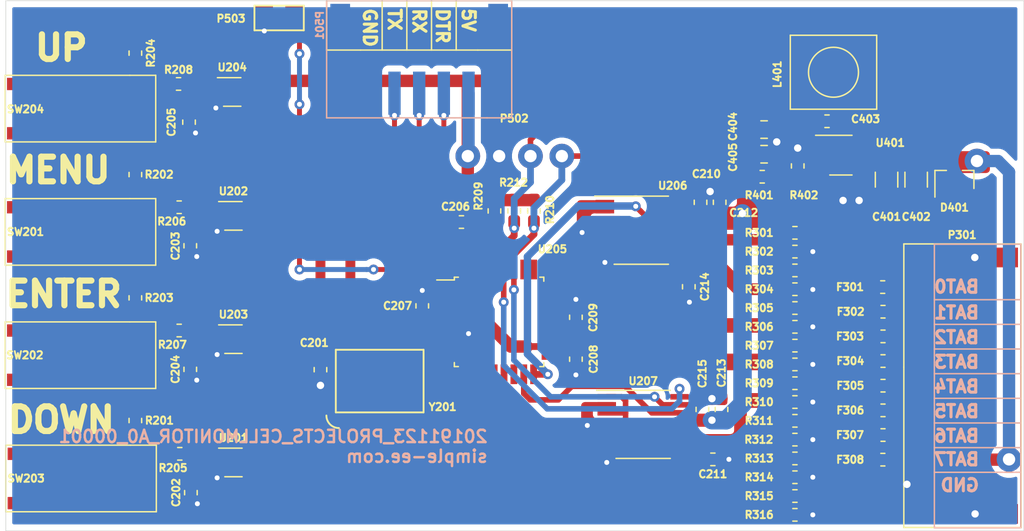
<source format=kicad_pcb>
(kicad_pcb (version 20171130) (host pcbnew "(5.1.4)-1")
  (title_block (company "Harman International"))
  (layers (0 TopLayer signal) (31 BottomLayer signal) (34 B.Paste user) (35 F.Paste user) (36 B.SilkS user) (37 F.SilkS user) (38 B.Mask user) (39 F.Mask user) (44 Edge.Cuts user))
  (net 0 "")
  (net 1 GND)
  (net 2 +5V)
  (net 3 "Net-(C202-Pad2)")
  (net 4 "Net-(C203-Pad2)")
  (net 5 "Net-(C204-Pad2)")
  (net 6 "Net-(C205-Pad2)")
  (net 7 /sheet01/DTR)
  (net 8 "Net-(C206-Pad1)")
  (net 9 /sheet02/PIN)
  (net 10 "Net-(C403-Pad2)")
  (net 11 "Net-(C403-Pad1)")
  (net 12 /sheet02/cell0)
  (net 13 "Net-(F301-Pad1)")
  (net 14 "Net-(F302-Pad1)")
  (net 15 /sheet02/cell1)
  (net 16 /sheet02/cell2)
  (net 17 "Net-(F303-Pad1)")
  (net 18 "Net-(F304-Pad1)")
  (net 19 /sheet02/cell3)
  (net 20 /sheet02/cell4)
  (net 21 "Net-(F305-Pad1)")
  (net 22 "Net-(F306-Pad1)")
  (net 23 /sheet02/cell5)
  (net 24 "Net-(F307-Pad1)")
  (net 25 /sheet02/cell6)
  (net 26 /sheet01/A_RX)
  (net 27 /sheet01/A_TX)
  (net 28 /sheet01/SCL)
  (net 29 /sheet01/SDA)
  (net 30 "Net-(R201-Pad1)")
  (net 31 "Net-(R202-Pad1)")
  (net 32 "Net-(R203-Pad1)")
  (net 33 "Net-(R204-Pad1)")
  (net 34 /sheet01/C0)
  (net 35 /sheet01/C1)
  (net 36 /sheet01/C2)
  (net 37 /sheet01/C3)
  (net 38 /sheet01/C4)
  (net 39 /sheet01/C5)
  (net 40 /sheet01/C6)
  (net 41 /sheet01/C7)
  (net 42 "Net-(R401-Pad2)")
  (net 43 /sheet01/DOWN)
  (net 44 /sheet01/MENU)
  (net 45 /sheet01/ENTER)
  (net 46 /sheet01/UP)
  (net 47 /sheet01/XTAL1)
  (net 48 /sheet01/READ1)
  (net 49 /sheet01/READ0)
  (net 50 /sheet02/cell7)
  (net 51 /sheet01/INT0)
  (module Display:096OLED_NOMOUNTS (layer TopLayer) (at 233.25 195.6)
    (fp_text reference P502 (at -0.05 -3.05) (layer F.SilkS) (effects (font (size 0.6 0.6))))
    (fp_text value 096OLED)
    (pad 4 thru_hole circle (at 3.81 0) (size 2 2) (drill 1) (layers *.Cu *.Mask) (net 29 /sheet01/SDA))
    (pad 3 thru_hole circle (at 1.27 0) (size 2 2) (drill 1) (layers *.Cu *.Mask) (net 28 /sheet01/SCL))
    (pad 2 thru_hole circle (at -1.27 0) (size 2 2) (drill 1) (layers *.Cu *.Mask) (net 1 GND))
    (pad 1 thru_hole circle (at -3.81 0) (size 2 2) (drill 1) (layers *.Cu *.Mask) (net 2 +5V))
  )
  (module Crystals_sg:CB3 (layer TopLayer) (at 222.3 213.85)
    (fp_text reference Y201 (at 5.1 2.1) (layer F.SilkS) (effects (font (size 0.6 0.6))))
    (fp_text value CB3-3I-16M0000)
    (pad 4 smd rect (at -2.54 -2.1 270) (size 2 2.2) (layers TopLayer F.Paste F.Mask) (net 2 +5V))
    (pad 3 smd rect (at 2.54 -2.1 270) (size 2 2.2) (layers TopLayer F.Paste F.Mask) (net 47 /sheet01/XTAL1))
    (pad 2 smd rect (at 2.54 2.1 270) (size 2 2.2) (layers TopLayer F.Paste F.Mask) (net 1 GND))
    (pad 1 smd rect (at -2.54 2.1 270) (size 2 2.2) (layers TopLayer F.Paste F.Mask))
  )
  (module Passives:C_0603_Handsolder (layer TopLayer) (at 217.5 212.925 90)
    (fp_text reference C201 (at 2.175 -0.5 180) (layer F.SilkS) (effects (font (size 0.6 0.6))))
    (fp_text value CL10B104KB8NNNC)
    (pad 1 smd roundrect (at -0.875 0 90) (size 1.05 0.95) (layers TopLayer F.Paste F.Mask) (net 1 GND))
    (pad 2 smd roundrect (at 0.875 0 90) (size 1.05 0.95) (layers TopLayer F.Paste F.Mask) (net 2 +5V))
  )
  (module Passives:C_0603_Handsolder (layer TopLayer) (at 207 222.9 90)
    (fp_text reference C202 (at 0 -1.2 90) (layer F.SilkS) (effects (font (size 0.6 0.6))))
    (fp_text value CL10B104KB8NNNC)
    (pad 2 smd roundrect (at 0.875 0 90) (size 1.05 0.95) (layers TopLayer F.Paste F.Mask) (net 3 "Net-(C202-Pad2)"))
    (pad 1 smd roundrect (at -0.875 0 90) (size 1.05 0.95) (layers TopLayer F.Paste F.Mask) (net 1 GND))
  )
  (module Passives:C_0603_Handsolder (layer TopLayer) (at 206.95 202.875 90)
    (fp_text reference C203 (at -0.025 -1.2 90) (layer F.SilkS) (effects (font (size 0.6 0.6))))
    (fp_text value CL10B104KB8NNNC)
    (pad 1 smd roundrect (at -0.875 0 90) (size 1.05 0.95) (layers TopLayer F.Paste F.Mask) (net 1 GND))
    (pad 2 smd roundrect (at 0.875 0 90) (size 1.05 0.95) (layers TopLayer F.Paste F.Mask) (net 4 "Net-(C203-Pad2)"))
  )
  (module Passives:C_0603_Handsolder (layer TopLayer) (at 206.95 212.9 90)
    (fp_text reference C204 (at 0 -1.2 90) (layer F.SilkS) (effects (font (size 0.6 0.6))))
    (fp_text value CL10B104KB8NNNC)
    (pad 2 smd roundrect (at 0.875 0 90) (size 1.05 0.95) (layers TopLayer F.Paste F.Mask) (net 5 "Net-(C204-Pad2)"))
    (pad 1 smd roundrect (at -0.875 0 90) (size 1.05 0.95) (layers TopLayer F.Paste F.Mask) (net 1 GND))
  )
  (module Passives:C_0603_Handsolder (layer TopLayer) (at 206.85 192.85 90)
    (fp_text reference C205 (at 0 -1.43 90) (layer F.SilkS) (effects (font (size 0.6 0.6))))
    (fp_text value CL10B104KB8NNNC)
    (pad 2 smd roundrect (at 0.875 0 90) (size 1.05 0.95) (layers TopLayer F.Paste F.Mask) (net 6 "Net-(C205-Pad2)"))
    (pad 1 smd roundrect (at -0.875 0 90) (size 1.05 0.95) (layers TopLayer F.Paste F.Mask) (net 1 GND))
  )
  (module Passives:C_0603_Handsolder (layer TopLayer) (at 228.925 200.95 180)
    (fp_text reference C206 (at 0.475 1.25) (layer F.SilkS) (effects (font (size 0.6 0.6))))
    (fp_text value CL10B104KB8NNNC)
    (pad 2 smd roundrect (at 0.875 0 180) (size 1.05 0.95) (layers TopLayer F.Paste F.Mask) (net 7 /sheet01/DTR))
    (pad 1 smd roundrect (at -0.875 0 180) (size 1.05 0.95) (layers TopLayer F.Paste F.Mask) (net 8 "Net-(C206-Pad1)"))
  )
  (module Passives:C_0603_Handsolder (layer TopLayer) (at 225.75 207.75 90)
    (fp_text reference C207 (at 0 -2 180) (layer F.SilkS) (effects (font (size 0.6 0.6))))
    (fp_text value CL10B104KB8NNNC)
    (pad 1 smd roundrect (at -0.875 0 90) (size 1.05 0.95) (layers TopLayer F.Paste F.Mask) (net 2 +5V))
    (pad 2 smd roundrect (at 0.875 0 90) (size 1.05 0.95) (layers TopLayer F.Paste F.Mask) (net 1 GND))
  )
  (module Passives:C_0603_Handsolder (layer TopLayer) (at 238.2 212.075 270)
    (fp_text reference C208 (at 0 -1.43 90) (layer F.SilkS) (effects (font (size 0.6 0.6))))
    (fp_text value CL10B104KB8NNNC)
    (pad 2 smd roundrect (at 0.875 0 270) (size 1.05 0.95) (layers TopLayer F.Paste F.Mask) (net 1 GND))
    (pad 1 smd roundrect (at -0.875 0 270) (size 1.05 0.95) (layers TopLayer F.Paste F.Mask) (net 2 +5V))
  )
  (module Passives:C_0603_Handsolder (layer TopLayer) (at 238.2 208.675 90)
    (fp_text reference C209 (at -0.025 1.4 270) (layer F.SilkS) (effects (font (size 0.6 0.6))))
    (fp_text value CL10B104KB8NNNC)
    (pad 1 smd roundrect (at -0.875 0 90) (size 1.05 0.95) (layers TopLayer F.Paste F.Mask) (net 2 +5V))
    (pad 2 smd roundrect (at 0.875 0 90) (size 1.05 0.95) (layers TopLayer F.Paste F.Mask) (net 1 GND))
  )
  (module Passives:C_0603_Handsolder (layer TopLayer) (at 248.3 199.35 90)
    (fp_text reference C210 (at 2.3 0.475) (layer F.SilkS) (effects (font (size 0.6 0.6))))
    (fp_text value CL10B104KB8NNNC)
    (pad 1 smd roundrect (at -0.875 0 90) (size 1.05 0.95) (layers TopLayer F.Paste F.Mask) (net 2 +5V))
    (pad 2 smd roundrect (at 0.875 0 90) (size 1.05 0.95) (layers TopLayer F.Paste F.Mask) (net 1 GND))
  )
  (module Passives:C_0603_Handsolder (layer TopLayer) (at 249.3 220.2)
    (fp_text reference C211 (at 0 1.2) (layer F.SilkS) (effects (font (size 0.6 0.6))))
    (fp_text value CL10B104KB8NNNC)
    (pad 1 smd roundrect (at -0.875 0) (size 1.05 0.95) (layers TopLayer F.Paste F.Mask) (net 2 +5V))
    (pad 2 smd roundrect (at 0.875 0) (size 1.05 0.95) (layers TopLayer F.Paste F.Mask) (net 1 GND))
  )
  (module Passives:C_0603_Handsolder (layer TopLayer) (at 249.85 199.35 90)
    (fp_text reference C212 (at -0.85 1.95) (layer F.SilkS) (effects (font (size 0.6 0.6))))
    (fp_text value CL10B104KB8NNNC)
    (pad 2 smd roundrect (at 0.875 0 90) (size 1.05 0.95) (layers TopLayer F.Paste F.Mask) (net 1 GND))
    (pad 1 smd roundrect (at -0.875 0 90) (size 1.05 0.95) (layers TopLayer F.Paste F.Mask) (net 2 +5V))
  )
  (module Passives:C_0603_Handsolder (layer TopLayer) (at 250 216.15 90)
    (fp_text reference C213 (at 2.95 0 90) (layer F.SilkS) (effects (font (size 0.6 0.6))))
    (fp_text value CL10B104KB8NNNC)
    (pad 2 smd roundrect (at 0.875 0 90) (size 1.05 0.95) (layers TopLayer F.Paste F.Mask) (net 1 GND))
    (pad 1 smd roundrect (at -0.875 0 90) (size 1.05 0.95) (layers TopLayer F.Paste F.Mask) (net 2 +5V))
  )
  (module Passives:C_0603_Handsolder (layer TopLayer) (at 247.35 206.2 270)
    (fp_text reference C214 (at 0 -1.3 270) (layer F.SilkS) (effects (font (size 0.6 0.6))))
    (fp_text value CL10B104KB8NNNC)
    (pad 1 smd roundrect (at -0.875 0 270) (size 1.05 0.95) (layers TopLayer F.Paste F.Mask) (net 2 +5V))
    (pad 2 smd roundrect (at 0.875 0 270) (size 1.05 0.95) (layers TopLayer F.Paste F.Mask) (net 1 GND))
  )
  (module Passives:C_0603_Handsolder (layer TopLayer) (at 248.45 216.15 90)
    (fp_text reference C215 (at 2.9 0 90) (layer F.SilkS) (effects (font (size 0.6 0.6))))
    (fp_text value CL10B104KB8NNNC)
    (pad 1 smd roundrect (at -0.875 0 90) (size 1.05 0.95) (layers TopLayer F.Paste F.Mask) (net 2 +5V))
    (pad 2 smd roundrect (at 0.875 0 90) (size 1.05 0.95) (layers TopLayer F.Paste F.Mask) (net 1 GND))
  )
  (module Passives:C_1206_Handsolder (layer TopLayer) (at 263.375 197.5125 270)
    (fp_text reference C401 (at 3.0125 0 180) (layer F.SilkS) (effects (font (size 0.6 0.6))))
    (fp_text value UMK316BJ225KD-T)
    (pad 2 smd roundrect (at 1.4875 0 270) (size 1.425 1.75) (layers TopLayer F.Paste F.Mask) (roundrect_rratio 0.175439) (net 1 GND))
    (pad 1 smd roundrect (at -1.4875 0 270) (size 1.425 1.75) (layers TopLayer F.Paste F.Mask) (roundrect_rratio 0.175439) (net 9 /sheet02/PIN))
  )
  (module Passives:C_1206_Handsolder (layer TopLayer) (at 265.775 197.5125 270)
    (fp_text reference C402 (at 3.0125 0 180) (layer F.SilkS) (effects (font (size 0.6 0.6))))
    (fp_text value UMK316BJ225KD-T)
    (pad 1 smd roundrect (at -1.4875 0 270) (size 1.425 1.75) (layers TopLayer F.Paste F.Mask) (roundrect_rratio 0.175439) (net 9 /sheet02/PIN))
    (pad 2 smd roundrect (at 1.4875 0 270) (size 1.425 1.75) (layers TopLayer F.Paste F.Mask) (roundrect_rratio 0.175439) (net 1 GND))
  )
  (module Passives:C_0603_Handsolder (layer TopLayer) (at 258.55 192.775 180)
    (fp_text reference C403 (at -3.125 0.175) (layer F.SilkS) (effects (font (size 0.6 0.6))))
    (fp_text value CL10B104KB8NNNC)
    (pad 2 smd roundrect (at 0.875 0 180) (size 1.05 0.95) (layers TopLayer F.Paste F.Mask) (net 10 "Net-(C403-Pad2)"))
    (pad 1 smd roundrect (at -0.875 0 180) (size 1.05 0.95) (layers TopLayer F.Paste F.Mask) (net 11 "Net-(C403-Pad1)"))
  )
  (module Passives:C_0805_Handsolder (layer TopLayer) (at 253.45 193.45)
    (fp_text reference C404 (at -2.525 -0.25 -90) (layer F.SilkS) (effects (font (size 0.6 0.6))))
    (fp_text value GRT21BR61E226ME13L)
    (pad 1 smd roundrect (at -1.025 0) (size 1.15 1.4) (layers TopLayer F.Paste F.Mask) (roundrect_rratio 0.217391) (net 2 +5V))
    (pad 2 smd roundrect (at 1.025 0) (size 1.15 1.4) (layers TopLayer F.Paste F.Mask) (roundrect_rratio 0.217391) (net 1 GND))
  )
  (module Passives:C_0805_Handsolder (layer TopLayer) (at 253.45 195.45)
    (fp_text reference C405 (at -2.525 0.25 -90) (layer F.SilkS) (effects (font (size 0.6 0.6))))
    (fp_text value GRT21BR61E226ME13L)
    (pad 2 smd roundrect (at 1.025 0) (size 1.15 1.4) (layers TopLayer F.Paste F.Mask) (roundrect_rratio 0.217391) (net 1 GND))
    (pad 1 smd roundrect (at -1.025 0) (size 1.15 1.4) (layers TopLayer F.Paste F.Mask) (roundrect_rratio 0.217391) (net 2 +5V))
  )
  (module SOT:SOT-23-3 (layer TopLayer) (at 268.875 197.525 90)
    (fp_text reference D401 (at -2.25 0 180) (layer F.SilkS) (effects (font (size 0.6 0.6))))
    (fp_text value DESD34VS2SO)
    (pad 1 smd rect (at -1 -0.95 90) (size 0.9 0.8) (layers TopLayer F.Paste F.Mask) (net 1 GND))
    (pad 2 smd rect (at -1 0.95 90) (size 0.9 0.8) (layers TopLayer F.Paste F.Mask) (net 1 GND))
    (pad 3 smd rect (at 1 0 90) (size 0.9 0.8) (layers TopLayer F.Paste F.Mask) (net 9 /sheet02/PIN))
  )
  (module Fuse:Fuse_0603_1608Metric (layer TopLayer) (at 263.0625 206.225 180)
    (fp_text reference F301 (at 2.65 0) (layer F.SilkS) (effects (font (size 0.6 0.6))))
    (fp_text value 0686F1000-01)
    (pad 2 smd roundrect (at 0.7875 0 180) (size 0.875 0.95) (layers TopLayer F.Paste F.Mask) (net 12 /sheet02/cell0))
    (pad 1 smd roundrect (at -0.7875 0 180) (size 0.875 0.95) (layers TopLayer F.Paste F.Mask) (net 13 "Net-(F301-Pad1)"))
  )
  (module Fuse:Fuse_0603_1608Metric (layer TopLayer) (at 263.0875 208.225 180)
    (fp_text reference F302 (at 2.625 0) (layer F.SilkS) (effects (font (size 0.6 0.6))))
    (fp_text value 0686F1000-01)
    (pad 1 smd roundrect (at -0.7875 0 180) (size 0.875 0.95) (layers TopLayer F.Paste F.Mask) (net 14 "Net-(F302-Pad1)"))
    (pad 2 smd roundrect (at 0.7875 0 180) (size 0.875 0.95) (layers TopLayer F.Paste F.Mask) (net 15 /sheet02/cell1))
  )
  (module Fuse:Fuse_0603_1608Metric (layer TopLayer) (at 263.0875 210.225 180)
    (fp_text reference F303 (at 2.675 0) (layer F.SilkS) (effects (font (size 0.6 0.6))))
    (fp_text value 0686F1000-01)
    (pad 2 smd roundrect (at 0.7875 0 180) (size 0.875 0.95) (layers TopLayer F.Paste F.Mask) (net 16 /sheet02/cell2))
    (pad 1 smd roundrect (at -0.7875 0 180) (size 0.875 0.95) (layers TopLayer F.Paste F.Mask) (net 17 "Net-(F303-Pad1)"))
  )
  (module Fuse:Fuse_0603_1608Metric (layer TopLayer) (at 263.0875 212.225 180)
    (fp_text reference F304 (at 2.65 0) (layer F.SilkS) (effects (font (size 0.6 0.6))))
    (fp_text value 0686F1000-01)
    (pad 1 smd roundrect (at -0.7875 0 180) (size 0.875 0.95) (layers TopLayer F.Paste F.Mask) (net 18 "Net-(F304-Pad1)"))
    (pad 2 smd roundrect (at 0.7875 0 180) (size 0.875 0.95) (layers TopLayer F.Paste F.Mask) (net 19 /sheet02/cell3))
  )
  (module Fuse:Fuse_0603_1608Metric (layer TopLayer) (at 263.0875 214.225 180)
    (fp_text reference F305 (at 2.65 0) (layer F.SilkS) (effects (font (size 0.6 0.6))))
    (fp_text value 0686F1000-01)
    (pad 2 smd roundrect (at 0.7875 0 180) (size 0.875 0.95) (layers TopLayer F.Paste F.Mask) (net 20 /sheet02/cell4))
    (pad 1 smd roundrect (at -0.7875 0 180) (size 0.875 0.95) (layers TopLayer F.Paste F.Mask) (net 21 "Net-(F305-Pad1)"))
  )
  (module Fuse:Fuse_0603_1608Metric (layer TopLayer) (at 263.0875 216.225 180)
    (fp_text reference F306 (at 2.65 0) (layer F.SilkS) (effects (font (size 0.6 0.6))))
    (fp_text value 0686F1000-01)
    (pad 1 smd roundrect (at -0.7875 0 180) (size 0.875 0.95) (layers TopLayer F.Paste F.Mask) (net 22 "Net-(F306-Pad1)"))
    (pad 2 smd roundrect (at 0.7875 0 180) (size 0.875 0.95) (layers TopLayer F.Paste F.Mask) (net 23 /sheet02/cell5))
  )
  (module Fuse:Fuse_0603_1608Metric (layer TopLayer) (at 263.0875 218.225 180)
    (fp_text reference F307 (at 2.675 0) (layer F.SilkS) (effects (font (size 0.6 0.6))))
    (fp_text value 0686F1000-01)
    (pad 1 smd roundrect (at -0.7875 0 180) (size 0.875 0.95) (layers TopLayer F.Paste F.Mask) (net 24 "Net-(F307-Pad1)"))
    (pad 2 smd roundrect (at 0.7875 0 180) (size 0.875 0.95) (layers TopLayer F.Paste F.Mask) (net 25 /sheet02/cell6))
  )
  (module Fuse:Fuse_0603_1608Metric (layer TopLayer) (at 263.075 220.225 180)
    (fp_text reference F308 (at 2.65 0) (layer F.SilkS) (effects (font (size 0.6 0.6))))
    (fp_text value 0686F1000-01)
    (pad 2 smd roundrect (at 0.7875 0 180) (size 0.875 0.95) (layers TopLayer F.Paste F.Mask) (net 50 /sheet02/cell7))
    (pad 1 smd roundrect (at -0.7875 0 180) (size 0.875 0.95) (layers TopLayer F.Paste F.Mask) (net 9 /sheet02/PIN))
  )
  (module Inductors:MSS5131 (layer TopLayer) (at 259.075 188.8 270)
    (fp_text reference L401 (at 0.163471 4.546103 90) (layer F.SilkS) (effects (font (size 0.6 0.6))))
    (fp_text value MSS5131-103ML)
    (pad 1 smd rect (at 0 -2.025 270) (size 5.08 2.54) (layers TopLayer F.Paste F.Mask) (net 11 "Net-(C403-Pad1)"))
    (pad 2 smd rect (at 0 2.025 270) (size 5.08 2.54) (layers TopLayer F.Paste F.Mask) (net 2 +5V))
  )
  (module Connectors_sg:S9B-PH-SM4-TB (layer TopLayer) (at 266.775 222.225 270)
    (fp_text reference P301 (at -20.225 -2.725 180) (layer F.SilkS) (effects (font (size 0.6 0.6))))
    (fp_text value "S9B-PH-SM4-TB(LF)(SN)")
    (pad 1 smd rect (at 0 0 270) (size 1 3.5) (layers TopLayer F.Paste F.Mask) (net 1 GND))
    (pad 2 smd rect (at -2 0 270) (size 1 3.5) (layers TopLayer F.Paste F.Mask) (net 9 /sheet02/PIN))
    (pad 3 smd rect (at -4 0 270) (size 1 3.5) (layers TopLayer F.Paste F.Mask) (net 24 "Net-(F307-Pad1)"))
    (pad 4 smd rect (at -6 0 270) (size 1 3.5) (layers TopLayer F.Paste F.Mask) (net 22 "Net-(F306-Pad1)"))
    (pad "" smd rect (at 2.4 -5.5 270) (size 1.6 3.5) (layers TopLayer F.Paste F.Mask) (net 1 GND))
    (pad "" smd rect (at -18.4 -5.5 270) (size 1.6 3.5) (layers TopLayer F.Paste F.Mask) (net 1 GND))
    (pad 5 smd rect (at -8 0 270) (size 1 3.5) (layers TopLayer F.Paste F.Mask) (net 21 "Net-(F305-Pad1)"))
    (pad 6 smd rect (at -10 0 270) (size 1 3.5) (layers TopLayer F.Paste F.Mask) (net 18 "Net-(F304-Pad1)"))
    (pad 7 smd rect (at -12 0 270) (size 1 3.5) (layers TopLayer F.Paste F.Mask) (net 17 "Net-(F303-Pad1)"))
    (pad 8 smd rect (at -14 0 270) (size 1 3.5) (layers TopLayer F.Paste F.Mask) (net 14 "Net-(F302-Pad1)"))
    (pad 9 smd rect (at -16 0 270) (size 1 3.5) (layers TopLayer F.Paste F.Mask) (net 13 "Net-(F301-Pad1)"))
  )
  (module Connectors_sg:S5B-PH-SM4-TB (layer BottomLayer) (at 221.5 190.5 180)
    (fp_text reference P501 (at 4.05 5.5 90) (layer B.SilkS) (effects (font (size 0.6 0.6)) (justify mirror)))
    (fp_text value "S5B-PH-SM4-TB(LF)(SN)")
    (pad 1 smd rect (at 0 0 180) (size 1 3.5) (layers BottomLayer B.Paste B.Mask) (net 1 GND))
    (pad 2 smd rect (at -2 0 180) (size 1 3.5) (layers BottomLayer B.Paste B.Mask) (net 27 /sheet01/A_TX))
    (pad 3 smd rect (at -4 0 180) (size 1 3.5) (layers BottomLayer B.Paste B.Mask) (net 26 /sheet01/A_RX))
    (pad 4 smd rect (at -6 0 180) (size 1 3.5) (layers BottomLayer B.Paste B.Mask) (net 7 /sheet01/DTR))
    (pad "" smd rect (at 2.4 5.5 180) (size 1.6 3.5) (layers BottomLayer B.Paste B.Mask) (net 1 GND))
    (pad "" smd rect (at -10.4 5.5 180) (size 1.6 3.5) (layers BottomLayer B.Paste B.Mask) (net 1 GND))
    (pad 5 smd rect (at -8 0 180) (size 1 3.5) (layers BottomLayer B.Paste B.Mask) (net 2 +5V))
  )
  (module Passives:R_0603_Handsolder (layer TopLayer) (at 202.5 217.05 90)
    (fp_text reference R201 (at 0 1.95 180) (layer F.SilkS) (effects (font (size 0.6 0.6))))
    (fp_text value ERA-3AEB103V)
    (pad 1 smd roundrect (at -0.875 0 90) (size 1.05 0.95) (layers TopLayer F.Paste F.Mask) (net 30 "Net-(R201-Pad1)"))
    (pad 2 smd roundrect (at 0.875 0 90) (size 1.05 0.95) (layers TopLayer F.Paste F.Mask) (net 2 +5V))
  )
  (module Passives:R_0603_Handsolder (layer TopLayer) (at 202.5 197.1 90)
    (fp_text reference R202 (at 0 1.925 180) (layer F.SilkS) (effects (font (size 0.6 0.6))))
    (fp_text value ERA-3AEB103V)
    (pad 2 smd roundrect (at 0.875 0 90) (size 1.05 0.95) (layers TopLayer F.Paste F.Mask) (net 2 +5V))
    (pad 1 smd roundrect (at -0.875 0 90) (size 1.05 0.95) (layers TopLayer F.Paste F.Mask) (net 31 "Net-(R202-Pad1)"))
  )
  (module Passives:R_0603_Handsolder (layer TopLayer) (at 202.5 207.1 90)
    (fp_text reference R203 (at 0 1.925 180) (layer F.SilkS) (effects (font (size 0.6 0.6))))
    (fp_text value ERA-3AEB103V)
    (pad 2 smd roundrect (at 0.875 0 90) (size 1.05 0.95) (layers TopLayer F.Paste F.Mask) (net 2 +5V))
    (pad 1 smd roundrect (at -0.875 0 90) (size 1.05 0.95) (layers TopLayer F.Paste F.Mask) (net 32 "Net-(R203-Pad1)"))
  )
  (module Passives:R_0603_Handsolder (layer TopLayer) (at 202.5 187.25 90)
    (fp_text reference R204 (at 0 1.25 90) (layer F.SilkS) (effects (font (size 0.6 0.6))))
    (fp_text value ERA-3AEB103V)
    (pad 1 smd roundrect (at -0.875 0 90) (size 1.05 0.95) (layers TopLayer F.Paste F.Mask) (net 33 "Net-(R204-Pad1)"))
    (pad 2 smd roundrect (at 0.875 0 90) (size 1.05 0.95) (layers TopLayer F.Paste F.Mask) (net 2 +5V))
  )
  (module Passives:R_0603_Handsolder (layer TopLayer) (at 206.1 219.75 180)
    (fp_text reference R205 (at 0.55 -1.15) (layer F.SilkS) (effects (font (size 0.6 0.6))))
    (fp_text value ERA-3AEB103V)
    (pad 1 smd roundrect (at -0.875 0 180) (size 1.05 0.95) (layers TopLayer F.Paste F.Mask) (net 3 "Net-(C202-Pad2)"))
    (pad 2 smd roundrect (at 0.875 0 180) (size 1.05 0.95) (layers TopLayer F.Paste F.Mask) (net 30 "Net-(R201-Pad1)"))
  )
  (module Passives:R_0603_Handsolder (layer TopLayer) (at 206.05 199.75 180)
    (fp_text reference R206 (at 0.6 -1.15 180) (layer F.SilkS) (effects (font (size 0.6 0.6))))
    (fp_text value ERA-3AEB103V)
    (pad 1 smd roundrect (at -0.875 0 180) (size 1.05 0.95) (layers TopLayer F.Paste F.Mask) (net 4 "Net-(C203-Pad2)"))
    (pad 2 smd roundrect (at 0.875 0 180) (size 1.05 0.95) (layers TopLayer F.Paste F.Mask) (net 31 "Net-(R202-Pad1)"))
  )
  (module Passives:R_0603_Handsolder (layer TopLayer) (at 206.05 209.75 180)
    (fp_text reference R207 (at 0.55 -1.15) (layer F.SilkS) (effects (font (size 0.6 0.6))))
    (fp_text value ERA-3AEB103V)
    (pad 1 smd roundrect (at -0.875 0 180) (size 1.05 0.95) (layers TopLayer F.Paste F.Mask) (net 5 "Net-(C204-Pad2)"))
    (pad 2 smd roundrect (at 0.875 0 180) (size 1.05 0.95) (layers TopLayer F.Paste F.Mask) (net 32 "Net-(R203-Pad1)"))
  )
  (module Passives:R_0603_Handsolder (layer TopLayer) (at 206 189.75 180)
    (fp_text reference R208 (at 0 1.15) (layer F.SilkS) (effects (font (size 0.6 0.6))))
    (fp_text value ERA-3AEB103V)
    (pad 2 smd roundrect (at 0.875 0 180) (size 1.05 0.95) (layers TopLayer F.Paste F.Mask) (net 33 "Net-(R204-Pad1)"))
    (pad 1 smd roundrect (at -0.875 0 180) (size 1.05 0.95) (layers TopLayer F.Paste F.Mask) (net 6 "Net-(C205-Pad2)"))
  )
  (module Passives:R_0603_Handsolder (layer TopLayer) (at 231.6 200.05 270)
    (fp_text reference R209 (at -1.2 1.3 270) (layer F.SilkS) (effects (font (size 0.6 0.6))))
    (fp_text value ERA-3AEB103V)
    (pad 2 smd roundrect (at 0.875 0 270) (size 1.05 0.95) (layers TopLayer F.Paste F.Mask) (net 8 "Net-(C206-Pad1)"))
    (pad 1 smd roundrect (at -0.875 0 270) (size 1.05 0.95) (layers TopLayer F.Paste F.Mask) (net 2 +5V))
  )
  (module Passives:R_0603_Handsolder (layer TopLayer) (at 234.8 200.05 270)
    (fp_text reference R210 (at -0.1 -1.3 90) (layer F.SilkS) (effects (font (size 0.6 0.6))))
    (fp_text value ERA-3AEB103V)
    (pad 2 smd roundrect (at 0.875 0 270) (size 1.05 0.95) (layers TopLayer F.Paste F.Mask) (net 29 /sheet01/SDA))
    (pad 1 smd roundrect (at -0.875 0 270) (size 1.05 0.95) (layers TopLayer F.Paste F.Mask) (net 2 +5V))
  )
  (module Passives:R_0603_Handsolder (layer TopLayer) (at 233.2 200.05 270)
    (fp_text reference R212 (at -2.3 0.05) (layer F.SilkS) (effects (font (size 0.6 0.6))))
    (fp_text value ERA-3AEB103V)
    (pad 2 smd roundrect (at 0.875 0 270) (size 1.05 0.95) (layers TopLayer F.Paste F.Mask) (net 28 /sheet01/SCL))
    (pad 1 smd roundrect (at -0.875 0 270) (size 1.05 0.95) (layers TopLayer F.Paste F.Mask) (net 2 +5V))
  )
  (module Passives:R_0603_Handsolder (layer TopLayer) (at 255.95 201.825 180)
    (fp_text reference R301 (at 2.9 0) (layer F.SilkS) (effects (font (size 0.6 0.6))))
    (fp_text value RC0603FR-0730KL)
    (pad 1 smd roundrect (at -0.875 0 180) (size 1.05 0.95) (layers TopLayer F.Paste F.Mask) (net 12 /sheet02/cell0))
    (pad 2 smd roundrect (at 0.875 0 180) (size 1.05 0.95) (layers TopLayer F.Paste F.Mask) (net 34 /sheet01/C0))
  )
  (module Passives:R_0603_Handsolder (layer TopLayer) (at 255.95 203.35)
    (fp_text reference R302 (at -2.9 0) (layer F.SilkS) (effects (font (size 0.6 0.6))))
    (fp_text value CPF0603F100KC1)
    (pad 1 smd roundrect (at -0.875 0) (size 1.05 0.95) (layers TopLayer F.Paste F.Mask) (net 34 /sheet01/C0))
    (pad 2 smd roundrect (at 0.875 0) (size 1.05 0.95) (layers TopLayer F.Paste F.Mask) (net 1 GND))
  )
  (module Passives:R_0603_Handsolder (layer TopLayer) (at 255.95 204.875 180)
    (fp_text reference R303 (at 2.9 0) (layer F.SilkS) (effects (font (size 0.6 0.6))))
    (fp_text value RR0816P-913-D)
    (pad 1 smd roundrect (at -0.875 0 180) (size 1.05 0.95) (layers TopLayer F.Paste F.Mask) (net 15 /sheet02/cell1))
    (pad 2 smd roundrect (at 0.875 0 180) (size 1.05 0.95) (layers TopLayer F.Paste F.Mask) (net 35 /sheet01/C1))
  )
  (module Passives:R_0603_Handsolder (layer TopLayer) (at 255.95 206.4)
    (fp_text reference R304 (at -2.9 0) (layer F.SilkS) (effects (font (size 0.6 0.6))))
    (fp_text value CPF0603F100KC1)
    (pad 2 smd roundrect (at 0.875 0) (size 1.05 0.95) (layers TopLayer F.Paste F.Mask) (net 1 GND))
    (pad 1 smd roundrect (at -0.875 0) (size 1.05 0.95) (layers TopLayer F.Paste F.Mask) (net 35 /sheet01/C1))
  )
  (module Passives:R_0603_Handsolder (layer TopLayer) (at 255.95 207.925 180)
    (fp_text reference R305 (at 2.9 0) (layer F.SilkS) (effects (font (size 0.6 0.6))))
    (fp_text value ERA-3AEB154V)
    (pad 2 smd roundrect (at 0.875 0 180) (size 1.05 0.95) (layers TopLayer F.Paste F.Mask) (net 36 /sheet01/C2))
    (pad 1 smd roundrect (at -0.875 0 180) (size 1.05 0.95) (layers TopLayer F.Paste F.Mask) (net 16 /sheet02/cell2))
  )
  (module Passives:R_0603_Handsolder (layer TopLayer) (at 255.95 209.45)
    (fp_text reference R306 (at -2.9 0) (layer F.SilkS) (effects (font (size 0.6 0.6))))
    (fp_text value CPF0603F100KC1)
    (pad 1 smd roundrect (at -0.875 0) (size 1.05 0.95) (layers TopLayer F.Paste F.Mask) (net 36 /sheet01/C2))
    (pad 2 smd roundrect (at 0.875 0) (size 1.05 0.95) (layers TopLayer F.Paste F.Mask) (net 1 GND))
  )
  (module Passives:R_0603_Handsolder (layer TopLayer) (at 255.95 210.975 180)
    (fp_text reference R307 (at 2.9 0) (layer F.SilkS) (effects (font (size 0.6 0.6))))
    (fp_text value RT0603DRE07237KL)
    (pad 1 smd roundrect (at -0.875 0 180) (size 1.05 0.95) (layers TopLayer F.Paste F.Mask) (net 19 /sheet02/cell3))
    (pad 2 smd roundrect (at 0.875 0 180) (size 1.05 0.95) (layers TopLayer F.Paste F.Mask) (net 37 /sheet01/C3))
  )
  (module Passives:R_0603_Handsolder (layer TopLayer) (at 255.95 212.5)
    (fp_text reference R308 (at -2.9 0) (layer F.SilkS) (effects (font (size 0.6 0.6))))
    (fp_text value CPF0603F100KC1)
    (pad 2 smd roundrect (at 0.875 0) (size 1.05 0.95) (layers TopLayer F.Paste F.Mask) (net 1 GND))
    (pad 1 smd roundrect (at -0.875 0) (size 1.05 0.95) (layers TopLayer F.Paste F.Mask) (net 37 /sheet01/C3))
  )
  (module Passives:R_0603_Handsolder (layer TopLayer) (at 255.95 214.025 180)
    (fp_text reference R309 (at 2.9 0) (layer F.SilkS) (effects (font (size 0.6 0.6))))
    (fp_text value RT0603DRE07237KL)
    (pad 1 smd roundrect (at -0.875 0 180) (size 1.05 0.95) (layers TopLayer F.Paste F.Mask) (net 20 /sheet02/cell4))
    (pad 2 smd roundrect (at 0.875 0 180) (size 1.05 0.95) (layers TopLayer F.Paste F.Mask) (net 38 /sheet01/C4))
  )
  (module Passives:R_0603_Handsolder (layer TopLayer) (at 255.95 215.55)
    (fp_text reference R310 (at -2.9 0) (layer F.SilkS) (effects (font (size 0.6 0.6))))
    (fp_text value CPF0603F100KC1)
    (pad 2 smd roundrect (at 0.875 0) (size 1.05 0.95) (layers TopLayer F.Paste F.Mask) (net 1 GND))
    (pad 1 smd roundrect (at -0.875 0) (size 1.05 0.95) (layers TopLayer F.Paste F.Mask) (net 38 /sheet01/C4))
  )
  (module Passives:R_0603_Handsolder (layer TopLayer) (at 255.95 217.075 180)
    (fp_text reference R311 (at 2.9 0) (layer F.SilkS) (effects (font (size 0.6 0.6))))
    (fp_text value ERJ-3EKF3093V)
    (pad 2 smd roundrect (at 0.875 0 180) (size 1.05 0.95) (layers TopLayer F.Paste F.Mask) (net 39 /sheet01/C5))
    (pad 1 smd roundrect (at -0.875 0 180) (size 1.05 0.95) (layers TopLayer F.Paste F.Mask) (net 23 /sheet02/cell5))
  )
  (module Passives:R_0603_Handsolder (layer TopLayer) (at 255.95 218.6)
    (fp_text reference R312 (at -2.925 0) (layer F.SilkS) (effects (font (size 0.6 0.6))))
    (fp_text value CPF0603F100KC1)
    (pad 1 smd roundrect (at -0.875 0) (size 1.05 0.95) (layers TopLayer F.Paste F.Mask) (net 39 /sheet01/C5))
    (pad 2 smd roundrect (at 0.875 0) (size 1.05 0.95) (layers TopLayer F.Paste F.Mask) (net 1 GND))
  )
  (module Passives:R_0603_Handsolder (layer TopLayer) (at 255.95 220.125 180)
    (fp_text reference R313 (at 2.9 0) (layer F.SilkS) (effects (font (size 0.6 0.6))))
    (fp_text value RC0603FR-07453KL)
    (pad 1 smd roundrect (at -0.875 0 180) (size 1.05 0.95) (layers TopLayer F.Paste F.Mask) (net 25 /sheet02/cell6))
    (pad 2 smd roundrect (at 0.875 0 180) (size 1.05 0.95) (layers TopLayer F.Paste F.Mask) (net 40 /sheet01/C6))
  )
  (module Passives:R_0603_Handsolder (layer TopLayer) (at 255.95 221.65)
    (fp_text reference R314 (at -2.9 0) (layer F.SilkS) (effects (font (size 0.6 0.6))))
    (fp_text value CPF0603F100KC1)
    (pad 1 smd roundrect (at -0.875 0) (size 1.05 0.95) (layers TopLayer F.Paste F.Mask) (net 40 /sheet01/C6))
    (pad 2 smd roundrect (at 0.875 0) (size 1.05 0.95) (layers TopLayer F.Paste F.Mask) (net 1 GND))
  )
  (module Passives:R_0603_Handsolder (layer TopLayer) (at 255.95 223.175 180)
    (fp_text reference R315 (at 2.9 0) (layer F.SilkS) (effects (font (size 0.6 0.6))))
    (fp_text value RC0603FR-07453KL)
    (pad 2 smd roundrect (at 0.875 0 180) (size 1.05 0.95) (layers TopLayer F.Paste F.Mask) (net 41 /sheet01/C7))
    (pad 1 smd roundrect (at -0.875 0 180) (size 1.05 0.95) (layers TopLayer F.Paste F.Mask) (net 50 /sheet02/cell7))
  )
  (module Passives:R_0603_Handsolder (layer TopLayer) (at 255.95 224.7)
    (fp_text reference R316 (at -2.9 0) (layer F.SilkS) (effects (font (size 0.6 0.6))))
    (fp_text value CPF0603F100KC1)
    (pad 2 smd roundrect (at 0.875 0) (size 1.05 0.95) (layers TopLayer F.Paste F.Mask) (net 1 GND))
    (pad 1 smd roundrect (at -0.875 0) (size 1.05 0.95) (layers TopLayer F.Paste F.Mask) (net 41 /sheet01/C7))
  )
  (module Passives:R_0603_Handsolder (layer TopLayer) (at 253.3 197.275)
    (fp_text reference R401 (at -0.25 1.5) (layer F.SilkS) (effects (font (size 0.6 0.6))))
    (fp_text value RR0816P-2212-D-34C)
    (pad 1 smd roundrect (at -0.875 0) (size 1.05 0.95) (layers TopLayer F.Paste F.Mask) (net 2 +5V))
    (pad 2 smd roundrect (at 0.875 0) (size 1.05 0.95) (layers TopLayer F.Paste F.Mask) (net 42 "Net-(R401-Pad2)"))
  )
  (module Passives:R_0603_Handsolder (layer TopLayer) (at 256.175 196.4 90)
    (fp_text reference R402 (at -2.375 0.5 180) (layer F.SilkS) (effects (font (size 0.6 0.6))))
    (fp_text value RR0816P-2212-D-34C)
    (pad 2 smd roundrect (at 0.875 0 90) (size 1.05 0.95) (layers TopLayer F.Paste F.Mask) (net 1 GND))
    (pad 1 smd roundrect (at -0.875 0 90) (size 1.05 0.95) (layers TopLayer F.Paste F.Mask) (net 42 "Net-(R401-Pad2)"))
  )
  (module Switches_sg:KSC721G (layer TopLayer) (at 198.05 201.75 180)
    (fp_text reference SW201 (at 4.45 0) (layer F.SilkS) (effects (font (size 0.6 0.6))))
    (fp_text value KSC721G)
    (pad 4 smd rect (at 4.45 2 180) (size 3 1) (layers TopLayer F.Paste F.Mask))
    (pad 3 smd rect (at 4.45 -2 180) (size 3 1) (layers TopLayer F.Paste F.Mask))
    (pad 2 smd rect (at -4.45 2 180) (size 3 1) (layers TopLayer F.Paste F.Mask) (net 31 "Net-(R202-Pad1)"))
    (pad 1 smd rect (at -4.45 -2 180) (size 3 1) (layers TopLayer F.Paste F.Mask) (net 1 GND))
  )
  (module Switches_sg:KSC721G (layer TopLayer) (at 198.05 211.75 180)
    (fp_text reference SW202 (at 4.5 0) (layer F.SilkS) (effects (font (size 0.6 0.6))))
    (fp_text value KSC721G)
    (pad 1 smd rect (at -4.45 -2 180) (size 3 1) (layers TopLayer F.Paste F.Mask) (net 1 GND))
    (pad 2 smd rect (at -4.45 2 180) (size 3 1) (layers TopLayer F.Paste F.Mask) (net 32 "Net-(R203-Pad1)"))
    (pad 3 smd rect (at 4.45 -2 180) (size 3 1) (layers TopLayer F.Paste F.Mask))
    (pad 4 smd rect (at 4.45 2 180) (size 3 1) (layers TopLayer F.Paste F.Mask))
  )
  (module Switches_sg:KSC721G (layer TopLayer) (at 198.1 221.75 180)
    (fp_text reference SW203 (at 4.45 0) (layer F.SilkS) (effects (font (size 0.6 0.6))))
    (fp_text value KSC721G)
    (pad 1 smd rect (at -4.45 -2 180) (size 3 1) (layers TopLayer F.Paste F.Mask) (net 1 GND))
    (pad 2 smd rect (at -4.45 2 180) (size 3 1) (layers TopLayer F.Paste F.Mask) (net 30 "Net-(R201-Pad1)"))
    (pad 3 smd rect (at 4.45 -2 180) (size 3 1) (layers TopLayer F.Paste F.Mask))
    (pad 4 smd rect (at 4.45 2 180) (size 3 1) (layers TopLayer F.Paste F.Mask))
  )
  (module Switches_sg:KSC721G (layer TopLayer) (at 198.05 191.75 180)
    (fp_text reference SW204 (at 4.45 -0.05) (layer F.SilkS) (effects (font (size 0.6 0.6))))
    (fp_text value KSC721G)
    (pad 4 smd rect (at 4.45 2 180) (size 3 1) (layers TopLayer F.Paste F.Mask))
    (pad 3 smd rect (at 4.45 -2 180) (size 3 1) (layers TopLayer F.Paste F.Mask))
    (pad 2 smd rect (at -4.45 2 180) (size 3 1) (layers TopLayer F.Paste F.Mask) (net 33 "Net-(R204-Pad1)"))
    (pad 1 smd rect (at -4.45 -2 180) (size 3 1) (layers TopLayer F.Paste F.Mask) (net 1 GND))
  )
  (module QFP:TQFP-32 (layer TopLayer) (at 231.975 209.05)
    (fp_text reference U205 (at 4.325 -5.9) (layer F.SilkS) (effects (font (size 0.6 0.6))))
    (fp_text value ATMEGA328PB-AU)
    (pad 1 smd rect (at -4.25 -2.8) (size 1.6 0.55) (layers TopLayer F.Paste F.Mask))
    (pad 2 smd rect (at -4.25 -2) (size 1.6 0.55) (layers TopLayer F.Paste F.Mask))
    (pad 3 smd rect (at -4.25 -1.2) (size 1.6 0.55) (layers TopLayer F.Paste F.Mask))
    (pad 4 smd rect (at -4.25 -0.4) (size 1.6 0.55) (layers TopLayer F.Paste F.Mask) (net 2 +5V))
    (pad 5 smd rect (at -4.25 0.4) (size 1.6 0.55) (layers TopLayer F.Paste F.Mask) (net 1 GND))
    (pad 6 smd rect (at -4.25 1.2) (size 1.6 0.55) (layers TopLayer F.Paste F.Mask))
    (pad 7 smd rect (at -4.25 2) (size 1.6 0.55) (layers TopLayer F.Paste F.Mask) (net 47 /sheet01/XTAL1))
    (pad 8 smd rect (at -4.25 2.8) (size 1.6 0.55) (layers TopLayer F.Paste F.Mask))
    (pad 9 smd rect (at -2.8 4.25 90) (size 1.6 0.55) (layers TopLayer F.Paste F.Mask) (net 46 /sheet01/UP))
    (pad 10 smd rect (at -2 4.25 90) (size 1.6 0.55) (layers TopLayer F.Paste F.Mask) (net 44 /sheet01/MENU))
    (pad 11 smd rect (at -1.2 4.25 90) (size 1.6 0.55) (layers TopLayer F.Paste F.Mask) (net 45 /sheet01/ENTER))
    (pad 12 smd rect (at -0.4 4.25 90) (size 1.6 0.55) (layers TopLayer F.Paste F.Mask) (net 43 /sheet01/DOWN))
    (pad 13 smd rect (at 0.4 4.25 90) (size 1.6 0.55) (layers TopLayer F.Paste F.Mask))
    (pad 14 smd rect (at 1.2 4.25 90) (size 1.6 0.55) (layers TopLayer F.Paste F.Mask))
    (pad 15 smd rect (at 2 4.25 90) (size 1.6 0.55) (layers TopLayer F.Paste F.Mask) (net 48 /sheet01/READ1))
    (pad 16 smd rect (at 2.8 4.25 90) (size 1.6 0.55) (layers TopLayer F.Paste F.Mask) (net 49 /sheet01/READ0))
    (pad 17 smd rect (at 4.25 2.8) (size 1.6 0.55) (layers TopLayer F.Paste F.Mask))
    (pad 18 smd rect (at 4.25 2) (size 1.6 0.55) (layers TopLayer F.Paste F.Mask) (net 2 +5V))
    (pad 19 smd rect (at 4.25 1.2) (size 1.6 0.55) (layers TopLayer F.Paste F.Mask))
    (pad 20 smd rect (at 4.25 0.4) (size 1.6 0.55) (layers TopLayer F.Paste F.Mask) (net 2 +5V))
    (pad 21 smd rect (at 4.25 -0.4) (size 1.6 0.55) (layers TopLayer F.Paste F.Mask) (net 1 GND))
    (pad 22 smd rect (at 4.25 -1.2) (size 1.6 0.55) (layers TopLayer F.Paste F.Mask))
    (pad 23 smd rect (at 4.25 -2) (size 1.6 0.55) (layers TopLayer F.Paste F.Mask))
    (pad 24 smd rect (at 4.25 -2.8) (size 1.6 0.55) (layers TopLayer F.Paste F.Mask))
    (pad 25 smd rect (at 2.8 -4.25 90) (size 1.6 0.55) (layers TopLayer F.Paste F.Mask))
    (pad 26 smd rect (at 2 -4.25 90) (size 1.6 0.55) (layers TopLayer F.Paste F.Mask))
    (pad 27 smd rect (at 1.2 -4.25 90) (size 1.6 0.55) (layers TopLayer F.Paste F.Mask) (net 29 /sheet01/SDA))
    (pad 28 smd rect (at 0.4 -4.25 90) (size 1.6 0.55) (layers TopLayer F.Paste F.Mask) (net 28 /sheet01/SCL))
    (pad 29 smd rect (at -0.4 -4.25 90) (size 1.6 0.55) (layers TopLayer F.Paste F.Mask) (net 8 "Net-(C206-Pad1)"))
    (pad 30 smd rect (at -1.2 -4.25 90) (size 1.6 0.55) (layers TopLayer F.Paste F.Mask) (net 26 /sheet01/A_RX))
    (pad 31 smd rect (at -2 -4.25 90) (size 1.6 0.55) (layers TopLayer F.Paste F.Mask) (net 27 /sheet01/A_TX))
    (pad 32 smd rect (at -2.8 -4.25 90) (size 1.6 0.55) (layers TopLayer F.Paste F.Mask) (net 51 /sheet01/INT0))
  )
  (module SSOP:TSSOP-16 (layer TopLayer) (at 243.5 201.65)
    (fp_text reference U206 (at 2.55 -3.65) (layer F.SilkS) (effects (font (size 0.6 0.6))))
    (fp_text value ADS1119IPWR)
    (pad 1 smd rect (at -2.95 -2.275) (size 1.5 0.45) (layers TopLayer F.Paste F.Mask) (net 1 GND))
    (pad 2 smd rect (at -2.95 -1.625) (size 1.5 0.45) (layers TopLayer F.Paste F.Mask) (net 1 GND))
    (pad 3 smd rect (at -2.95 -0.975) (size 1.5 0.45) (layers TopLayer F.Paste F.Mask) (net 2 +5V))
    (pad 4 smd rect (at -2.95 -0.325) (size 1.5 0.45) (layers TopLayer F.Paste F.Mask) (net 1 GND))
    (pad 5 smd rect (at -2.95 0.325) (size 1.5 0.45) (layers TopLayer F.Paste F.Mask) (net 1 GND))
    (pad 6 smd rect (at -2.95 0.975) (size 1.5 0.45) (layers TopLayer F.Paste F.Mask) (net 37 /sheet01/C3))
    (pad 7 smd rect (at -2.95 1.625) (size 1.5 0.45) (layers TopLayer F.Paste F.Mask) (net 36 /sheet01/C2))
    (pad 8 smd rect (at -2.95 2.275) (size 1.5 0.45) (layers TopLayer F.Paste F.Mask) (net 1 GND))
    (pad 9 smd rect (at 2.95 2.275) (size 1.5 0.45) (layers TopLayer F.Paste F.Mask) (net 2 +5V))
    (pad 10 smd rect (at 2.95 1.625) (size 1.5 0.45) (layers TopLayer F.Paste F.Mask) (net 35 /sheet01/C1))
    (pad 11 smd rect (at 2.95 0.975) (size 1.5 0.45) (layers TopLayer F.Paste F.Mask) (net 34 /sheet01/C0))
    (pad 12 smd rect (at 2.95 0.325) (size 1.5 0.45) (layers TopLayer F.Paste F.Mask) (net 2 +5V))
    (pad 13 smd rect (at 2.95 -0.325) (size 1.5 0.45) (layers TopLayer F.Paste F.Mask) (net 2 +5V))
    (pad 14 smd rect (at 2.95 -0.975) (size 1.5 0.45) (layers TopLayer F.Paste F.Mask) (net 49 /sheet01/READ0))
    (pad 15 smd rect (at 2.95 -1.625) (size 1.5 0.45) (layers TopLayer F.Paste F.Mask) (net 29 /sheet01/SDA))
    (pad 16 smd rect (at 2.95 -2.275) (size 1.5 0.45) (layers TopLayer F.Paste F.Mask) (net 28 /sheet01/SCL))
  )
  (module SSOP:TSSOP-16 (layer TopLayer) (at 243.65 217.4)
    (fp_text reference U207 (at 0 -3.55) (layer F.SilkS) (effects (font (size 0.6 0.6))))
    (fp_text value ADS1119IPWR)
    (pad 16 smd rect (at 2.95 -2.275) (size 1.5 0.45) (layers TopLayer F.Paste F.Mask) (net 28 /sheet01/SCL))
    (pad 15 smd rect (at 2.95 -1.625) (size 1.5 0.45) (layers TopLayer F.Paste F.Mask) (net 29 /sheet01/SDA))
    (pad 14 smd rect (at 2.95 -0.975) (size 1.5 0.45) (layers TopLayer F.Paste F.Mask) (net 48 /sheet01/READ1))
    (pad 13 smd rect (at 2.95 -0.325) (size 1.5 0.45) (layers TopLayer F.Paste F.Mask) (net 2 +5V))
    (pad 12 smd rect (at 2.95 0.325) (size 1.5 0.45) (layers TopLayer F.Paste F.Mask) (net 2 +5V))
    (pad 11 smd rect (at 2.95 0.975) (size 1.5 0.45) (layers TopLayer F.Paste F.Mask) (net 38 /sheet01/C4))
    (pad 10 smd rect (at 2.95 1.625) (size 1.5 0.45) (layers TopLayer F.Paste F.Mask) (net 39 /sheet01/C5))
    (pad 9 smd rect (at 2.95 2.275) (size 1.5 0.45) (layers TopLayer F.Paste F.Mask) (net 2 +5V))
    (pad 8 smd rect (at -2.95 2.275) (size 1.5 0.45) (layers TopLayer F.Paste F.Mask) (net 1 GND))
    (pad 7 smd rect (at -2.95 1.625) (size 1.5 0.45) (layers TopLayer F.Paste F.Mask) (net 40 /sheet01/C6))
    (pad 6 smd rect (at -2.95 0.975) (size 1.5 0.45) (layers TopLayer F.Paste F.Mask) (net 41 /sheet01/C7))
    (pad 5 smd rect (at -2.95 0.325) (size 1.5 0.45) (layers TopLayer F.Paste F.Mask) (net 1 GND))
    (pad 4 smd rect (at -2.95 -0.325) (size 1.5 0.45) (layers TopLayer F.Paste F.Mask) (net 1 GND))
    (pad 3 smd rect (at -2.95 -0.975) (size 1.5 0.45) (layers TopLayer F.Paste F.Mask) (net 2 +5V))
    (pad 2 smd rect (at -2.95 -1.625) (size 1.5 0.45) (layers TopLayer F.Paste F.Mask) (net 1 GND))
    (pad 1 smd rect (at -2.95 -2.275) (size 1.5 0.45) (layers TopLayer F.Paste F.Mask) (net 2 +5V))
  )
  (module SOT:SOT-23-6 (layer TopLayer) (at 259.675 195.525)
    (fp_text reference U401 (at 4 -1) (layer F.SilkS) (effects (font (size 0.6 0.6))))
    (fp_text value TPS560430YFDBVR)
    (pad 1 smd rect (at -1.35 -0.95) (size 1.56 0.65) (layers TopLayer F.Paste F.Mask) (net 10 "Net-(C403-Pad2)"))
    (pad 2 smd rect (at -1.35 0) (size 1.56 0.65) (layers TopLayer F.Paste F.Mask) (net 1 GND))
    (pad 3 smd rect (at -1.35 0.95) (size 1.56 0.65) (layers TopLayer F.Paste F.Mask) (net 42 "Net-(R401-Pad2)"))
    (pad 4 smd rect (at 1.35 0.95) (size 1.56 0.65) (layers TopLayer F.Paste F.Mask) (net 9 /sheet02/PIN))
    (pad 6 smd rect (at 1.35 -0.95) (size 1.56 0.65) (layers TopLayer F.Paste F.Mask) (net 11 "Net-(C403-Pad1)"))
    (pad 5 smd rect (at 1.35 0) (size 1.56 0.65) (layers TopLayer F.Paste F.Mask) (net 9 /sheet02/PIN))
  )
  (module Connectors_sg:SMD_2POS (layer TopLayer) (at 214.15 184.4 180)
    (fp_text reference P503 (at 3.9 -0.05) (layer F.SilkS) (effects (font (size 0.6 0.6))))
    (fp_text value SMD_2POS)
    (pad 1 smd rect (at -1.25 0 180) (size 1.5 2) (layers TopLayer F.Paste F.Mask) (net 51 /sheet01/INT0))
    (pad 2 smd rect (at 1.25 0 180) (size 1.5 2) (layers TopLayer F.Paste F.Mask) (net 1 GND))
  )
  (module TO_SOT_Packages_SMD:SOT-353_SC-70-5_Handsoldering (layer TopLayer) (at 210.45 220.45)
    (fp_text reference U201 (at 0 -2) (layer F.SilkS) (effects (font (size 0.6 0.6))))
    (fp_text value MC74HC1G04DFT1G)
    (pad 5 smd rect (at 1.33 -0.65) (size 1.5 0.4) (layers TopLayer F.Paste F.Mask) (net 2 +5V))
    (pad 4 smd rect (at 1.33 0.65) (size 1.5 0.4) (layers TopLayer F.Paste F.Mask) (net 43 /sheet01/DOWN))
    (pad 3 smd rect (at -1.33 0.65) (size 1.5 0.4) (layers TopLayer F.Paste F.Mask) (net 1 GND))
    (pad 2 smd rect (at -1.33 0) (size 1.5 0.4) (layers TopLayer F.Paste F.Mask) (net 3 "Net-(C202-Pad2)"))
    (pad 1 smd rect (at -1.33 -0.65) (size 1.5 0.4) (layers TopLayer F.Paste F.Mask))
  )
  (module TO_SOT_Packages_SMD:SOT-353_SC-70-5_Handsoldering (layer TopLayer) (at 210.45 200.45)
    (fp_text reference U202 (at 0 -2) (layer F.SilkS) (effects (font (size 0.6 0.6))))
    (fp_text value MC74HC1G04DFT1G)
    (pad 1 smd rect (at -1.33 -0.65) (size 1.5 0.4) (layers TopLayer F.Paste F.Mask))
    (pad 2 smd rect (at -1.33 0) (size 1.5 0.4) (layers TopLayer F.Paste F.Mask) (net 4 "Net-(C203-Pad2)"))
    (pad 3 smd rect (at -1.33 0.65) (size 1.5 0.4) (layers TopLayer F.Paste F.Mask) (net 1 GND))
    (pad 4 smd rect (at 1.33 0.65) (size 1.5 0.4) (layers TopLayer F.Paste F.Mask) (net 44 /sheet01/MENU))
    (pad 5 smd rect (at 1.33 -0.65) (size 1.5 0.4) (layers TopLayer F.Paste F.Mask) (net 2 +5V))
  )
  (module TO_SOT_Packages_SMD:SOT-353_SC-70-5_Handsoldering (layer TopLayer) (at 210.45 210.45)
    (fp_text reference U203 (at 0 -2) (layer F.SilkS) (effects (font (size 0.6 0.6))))
    (fp_text value MC74HC1G04DFT1G)
    (pad 1 smd rect (at -1.33 -0.65) (size 1.5 0.4) (layers TopLayer F.Paste F.Mask))
    (pad 2 smd rect (at -1.33 0) (size 1.5 0.4) (layers TopLayer F.Paste F.Mask) (net 5 "Net-(C204-Pad2)"))
    (pad 3 smd rect (at -1.33 0.65) (size 1.5 0.4) (layers TopLayer F.Paste F.Mask) (net 1 GND))
    (pad 4 smd rect (at 1.33 0.65) (size 1.5 0.4) (layers TopLayer F.Paste F.Mask) (net 45 /sheet01/ENTER))
    (pad 5 smd rect (at 1.33 -0.65) (size 1.5 0.4) (layers TopLayer F.Paste F.Mask) (net 2 +5V))
  )
  (module TO_SOT_Packages_SMD:SOT-353_SC-70-5_Handsoldering (layer TopLayer) (at 210.35 190.4)
    (fp_text reference U204 (at 0 -2) (layer F.SilkS) (effects (font (size 0.6 0.6))))
    (fp_text value MC74HC1G04DFT1G)
    (pad 5 smd rect (at 1.33 -0.65) (size 1.5 0.4) (layers TopLayer F.Paste F.Mask) (net 2 +5V))
    (pad 4 smd rect (at 1.33 0.65) (size 1.5 0.4) (layers TopLayer F.Paste F.Mask) (net 46 /sheet01/UP))
    (pad 3 smd rect (at -1.33 0.65) (size 1.5 0.4) (layers TopLayer F.Paste F.Mask) (net 1 GND))
    (pad 2 smd rect (at -1.33 0) (size 1.5 0.4) (layers TopLayer F.Paste F.Mask) (net 6 "Net-(C205-Pad2)"))
    (pad 1 smd rect (at -1.33 -0.65) (size 1.5 0.4) (layers TopLayer F.Paste F.Mask))
  )
  (gr_text "20191123_PROJECTS_CELLMONITOR_A0_00001\nsimple-ee.com" (at 231.15 219.15) (layer B.SilkS) (effects (font (size 1 1) (thickness 0.2)) (justify left mirror)))
  (gr_line (start 267.25 221.25) (end 274.25 221.25) (layer B.SilkS) (width 0.12))
  (gr_line (start 267.25 219.25) (end 274.25 219.25) (layer B.SilkS) (width 0.12))
  (gr_line (start 267.25 217.25) (end 274.25 217.25) (layer B.SilkS) (width 0.12))
  (gr_line (start 267.25 215.25) (end 274.25 215.25) (layer B.SilkS) (width 0.12))
  (gr_line (start 267.25 213.25) (end 274.25 213.25) (layer B.SilkS) (width 0.12))
  (gr_line (start 267.25 211.25) (end 274.25 211.25) (layer B.SilkS) (width 0.12))
  (gr_line (start 267.25 209.25) (end 274.25 209.25) (layer B.SilkS) (width 0.12))
  (gr_line (start 267.25 207.25) (end 274.25 207.25) (layer B.SilkS) (width 0.12))
  (gr_line (start 274.25 225.75) (end 274.25 202.75) (layer B.SilkS) (width 0.12))
  (gr_line (start 267.25 225.75) (end 274.25 225.75) (layer B.SilkS) (width 0.12))
  (gr_line (start 267.25 202.75) (end 267.25 225.75) (layer B.SilkS) (width 0.12))
  (gr_line (start 274.25 202.75) (end 267.25 202.75) (layer B.SilkS) (width 0.12))
  (gr_line (start 228.5 183) (end 228.5 187) (layer F.SilkS) (width 0.12))
  (gr_line (start 226.5 183) (end 226.5 187) (layer F.SilkS) (width 0.12))
  (gr_line (start 224.5 183) (end 224.5 187) (layer F.SilkS) (width 0.12))
  (gr_line (start 222.5 183) (end 222.5 187) (layer F.SilkS) (width 0.12))
  (gr_line (start 233 183) (end 218 183) (layer F.SilkS) (width 0.12))
  (gr_line (start 233 187) (end 233 183) (layer F.SilkS) (width 0.12))
  (gr_line (start 230.25 187) (end 233 187) (layer F.SilkS) (width 0.12))
  (gr_line (start 220.75 187) (end 230.25 187) (layer F.SilkS) (width 0.12))
  (gr_line (start 218 187) (end 220.75 187) (layer F.SilkS) (width 0.12))
  (gr_line (start 218 183) (end 218 187) (layer F.SilkS) (width 0.12))
  (gr_text GND (at 221.5 183.5 270) (layer F.SilkS) (effects (font (size 1 1) (thickness 0.25)) (justify left)))
  (gr_text TX (at 223.5 183.5 270) (layer F.SilkS) (effects (font (size 1 1) (thickness 0.25)) (justify left)))
  (gr_text RX (at 225.5 183.5 270) (layer F.SilkS) (effects (font (size 1 1) (thickness 0.25)) (justify left)))
  (gr_text DTR (at 227.4 183.5 270) (layer F.SilkS) (effects (font (size 1 1) (thickness 0.25)) (justify left)))
  (gr_text 5V (at 229.5 183.5 270) (layer F.SilkS) (effects (font (size 1 1) (thickness 0.25)) (justify left)))
  (gr_text BAT0 (at 271 206.2) (layer B.SilkS) (effects (font (size 1 1) (thickness 0.25)) (justify left mirror)))
  (gr_text BAT1 (at 271 208.3) (layer B.SilkS) (effects (font (size 1 1) (thickness 0.25)) (justify left mirror)))
  (gr_text BAT2 (at 271 210.3) (layer B.SilkS) (effects (font (size 1 1) (thickness 0.25)) (justify left mirror)))
  (gr_text BAT3 (at 271 212.3) (layer B.SilkS) (effects (font (size 1 1) (thickness 0.25)) (justify left mirror)))
  (gr_text BAT4 (at 271 214.3) (layer B.SilkS) (effects (font (size 1 1) (thickness 0.25)) (justify left mirror)))
  (gr_text BAT5 (at 271 216.3) (layer B.SilkS) (effects (font (size 1 1) (thickness 0.25)) (justify left mirror)))
  (gr_text BAT6 (at 271 218.3) (layer B.SilkS) (effects (font (size 1 1) (thickness 0.25)) (justify left mirror)))
  (gr_text BAT7 (at 271 220.2) (layer B.SilkS) (effects (font (size 1 1) (thickness 0.25)) (justify left mirror)))
  (gr_text GND (at 271 222.3) (layer B.SilkS) (effects (font (size 1 1) (thickness 0.25)) (justify left mirror)))
  (gr_text DOWN (at 196.5 217) (layer F.SilkS) (effects (font (size 2 2) (thickness 0.5))))
  (gr_text ENTER (at 196.7 206.8) (layer F.SilkS) (effects (font (size 2 2) (thickness 0.5))))
  (gr_text MENU (at 196.25 196.75) (layer F.SilkS) (effects (font (size 2 2) (thickness 0.5))))
  (gr_text UP (at 196.5 186.825) (layer F.SilkS) (effects (font (size 2 2) (thickness 0.5))))
  (gr_line (start 274.5 183) (end 274.5 226) (layer Edge.Cuts) (width 0.05))
  (gr_line (start 192 183) (end 274.5 183) (layer Edge.Cuts) (width 0.05))
  (gr_line (start 192 226) (end 192 183) (layer Edge.Cuts) (width 0.05))
  (gr_line (start 274.5 226) (end 192 226) (layer Edge.Cuts) (width 0.05))
  (via (at 247.4 207.45) (size 0.8) (drill 0.4) (layers TopLayer BottomLayer) (net 1))
  (via (at 265.025 222.225) (size 1) (drill 0.6) (layers TopLayer BottomLayer) (net 1))
  (via (at 270.55 224.625) (size 1) (drill 0.6) (layers TopLayer BottomLayer) (net 1))
  (via (at 270.525 203.825) (size 1) (drill 0.6) (layers TopLayer BottomLayer) (net 1))
  (via (at 225.75 206.5) (size 0.8) (drill 0.4) (layers TopLayer BottomLayer) (net 1))
  (via (at 240.7 220.45) (size 0.8) (drill 0.4) (layers TopLayer BottomLayer) (net 1))
  (via (at 249.075 198.475) (size 1) (drill 0.6) (layers TopLayer BottomLayer) (net 1))
  (via (at 249.225 215.275) (size 1) (drill 0.6) (layers TopLayer BottomLayer) (net 1))
  (via (at 240.55 204.225) (size 0.8) (drill 0.4) (layers TopLayer BottomLayer) (net 1))
  (via (at 217.5 214.2) (size 1) (drill 0.6) (layers TopLayer BottomLayer) (net 1))
  (via (at 256.175 194.95) (size 1) (drill 0.6) (layers TopLayer BottomLayer) (net 1))
  (via (at 254.475 194.45) (size 1) (drill 0.6) (layers TopLayer BottomLayer) (net 1))
  (via (at 257.4 203.35) (size 0.8) (drill 0.4) (layers TopLayer BottomLayer) (net 1))
  (segment (start 256.825 203.35) (end 257.4 203.35) (width 0.8) (layer TopLayer) (net 1))
  (via (at 257.4 206.425) (size 0.8) (drill 0.4) (layers TopLayer BottomLayer) (net 1))
  (segment (start 256.825 206.4) (end 257.375 206.4) (width 0.8) (layer TopLayer) (net 1))
  (segment (start 257.375 206.4) (end 257.4 206.425) (width 0.8) (layer TopLayer) (net 1))
  (via (at 257.4 209.45) (size 0.8) (drill 0.4) (layers TopLayer BottomLayer) (net 1))
  (segment (start 256.825 209.45) (end 257.4 209.45) (width 0.8) (layer TopLayer) (net 1))
  (via (at 257.4 212.5) (size 0.8) (drill 0.4) (layers TopLayer BottomLayer) (net 1))
  (segment (start 256.825 212.5) (end 257.4 212.5) (width 0.8) (layer TopLayer) (net 1))
  (via (at 257.4 215.55) (size 0.8) (drill 0.4) (layers TopLayer BottomLayer) (net 1))
  (segment (start 256.825 215.55) (end 257.4 215.55) (width 0.8) (layer TopLayer) (net 1))
  (via (at 257.4 218.6) (size 0.8) (drill 0.4) (layers TopLayer BottomLayer) (net 1))
  (segment (start 256.825 218.6) (end 257.4 218.6) (width 0.8) (layer TopLayer) (net 1))
  (via (at 257.4 221.65) (size 0.8) (drill 0.4) (layers TopLayer BottomLayer) (net 1))
  (segment (start 256.825 221.65) (end 257.4 221.65) (width 0.8) (layer TopLayer) (net 1))
  (via (at 257.4 224.7) (size 0.8) (drill 0.4) (layers TopLayer BottomLayer) (net 1))
  (segment (start 256.825 224.7) (end 257.4 224.7) (width 0.8) (layer TopLayer) (net 1))
  (segment (start 224.84 214.35) (end 224.84 215.95) (width 0.6) (layer TopLayer) (net 1))
  (segment (start 217.5 213.8) (end 224.29 213.8) (width 0.6) (layer TopLayer) (net 1))
  (segment (start 224.29 213.8) (end 224.84 214.35) (width 0.6) (layer TopLayer) (net 1))
  (via (at 259.85 199.2) (size 1) (drill 0.6) (layers TopLayer BottomLayer) (net 1))
  (via (at 261.15 199.2) (size 1) (drill 0.6) (layers TopLayer BottomLayer) (net 1))
  (via (at 229.5 210) (size 0.8) (drill 0.4) (layers TopLayer BottomLayer) (net 1))
  (segment (start 227.725 209.45) (end 228.95 209.45) (width 0.55) (layer TopLayer) (net 1))
  (segment (start 228.95 209.45) (end 229.5 210) (width 0.55) (layer TopLayer) (net 1))
  (via (at 238.2 207.225) (size 0.8) (drill 0.4) (layers TopLayer BottomLayer) (net 1))
  (segment (start 238.2 207.7) (end 238.2 207.15) (width 0.55) (layer TopLayer) (net 1))
  (via (at 238.2 213.35) (size 0.8) (drill 0.4) (layers TopLayer BottomLayer) (net 1))
  (segment (start 238.2 212.825) (end 238.2 213.35) (width 0.55) (layer TopLayer) (net 1))
  (segment (start 206.925 213.75) (end 206.95 213.775) (width 1) (layer TopLayer) (net 1))
  (segment (start 202.5 213.75) (end 206.925 213.75) (width 1) (layer TopLayer) (net 1))
  (segment (start 206.825 193.75) (end 206.85 193.725) (width 1) (layer TopLayer) (net 1))
  (segment (start 202.5 193.75) (end 206.825 193.75) (width 1) (layer TopLayer) (net 1))
  (segment (start 202.5 203.75) (end 206.95 203.75) (width 1) (layer TopLayer) (net 1))
  (segment (start 206.975 223.75) (end 207 223.775) (width 1) (layer TopLayer) (net 1))
  (segment (start 202.55 223.75) (end 206.975 223.75) (width 1) (layer TopLayer) (net 1))
  (via (at 207.375 193.725) (size 0.8) (drill 0.4) (layers TopLayer BottomLayer) (net 1))
  (segment (start 206.85 193.725) (end 207.375 193.725) (width 1) (layer TopLayer) (net 1))
  (via (at 207.475 203.75) (size 0.8) (drill 0.4) (layers TopLayer BottomLayer) (net 1))
  (segment (start 206.95 203.75) (end 207.475 203.75) (width 1) (layer TopLayer) (net 1))
  (via (at 207.475 213.775) (size 0.8) (drill 0.4) (layers TopLayer BottomLayer) (net 1))
  (segment (start 206.95 213.775) (end 207.475 213.775) (width 1) (layer TopLayer) (net 1))
  (via (at 207.525 223.8) (size 0.8) (drill 0.4) (layers TopLayer BottomLayer) (net 1))
  (segment (start 207 223.775) (end 207.5 223.775) (width 1) (layer TopLayer) (net 1))
  (segment (start 207.5 223.775) (end 207.525 223.8) (width 1) (layer TopLayer) (net 1))
  (via (at 209.025 191.7) (size 0.8) (drill 0.4) (layers TopLayer BottomLayer) (net 1))
  (segment (start 209.02 191.05) (end 209.02 191.695) (width 0.4) (layer TopLayer) (net 1))
  (segment (start 209.02 191.695) (end 209.025 191.7) (width 0.45) (layer TopLayer) (net 1))
  (via (at 209.125 201.7) (size 0.8) (drill 0.4) (layers TopLayer BottomLayer) (net 1))
  (segment (start 209.12 201.1) (end 209.12 201.695) (width 0.45) (layer TopLayer) (net 1))
  (segment (start 209.12 201.695) (end 209.125 201.7) (width 0.45) (layer TopLayer) (net 1))
  (via (at 209.125 211.7) (size 0.8) (drill 0.4) (layers TopLayer BottomLayer) (net 1))
  (segment (start 209.12 211.1) (end 209.12 211.695) (width 0.4) (layer TopLayer) (net 1))
  (segment (start 209.12 211.695) (end 209.125 211.7) (width 0.45) (layer TopLayer) (net 1))
  (via (at 209.125 221.7) (size 0.8) (drill 0.4) (layers TopLayer BottomLayer) (net 1))
  (segment (start 209.12 221.1) (end 209.12 221.695) (width 0.4) (layer TopLayer) (net 1))
  (segment (start 209.12 221.695) (end 209.125 221.7) (width 0.4) (layer TopLayer) (net 1))
  (segment (start 240.55 204.225) (end 240.55 203.925) (width 0.45) (layer TopLayer) (net 1))
  (via (at 238.7 201.8) (size 0.8) (drill 0.4) (layers TopLayer BottomLayer) (net 1))
  (segment (start 248.3 198.475) (end 249.075 198.475) (width 1) (layer TopLayer) (net 1))
  (segment (start 249.85 198.475) (end 249.075 198.475) (width 1) (layer TopLayer) (net 1))
  (segment (start 248.45 215.275) (end 249.225 215.275) (width 1) (layer TopLayer) (net 1))
  (segment (start 250 215.275) (end 249.225 215.275) (width 1) (layer TopLayer) (net 1))
  (segment (start 240.7 220.45) (end 240.7 219.925001) (width 0.95) (layer TopLayer) (net 1))
  (via (at 239.125 217.45) (size 0.8) (drill 0.4) (layers TopLayer BottomLayer) (net 1))
  (via (at 250.6 220.2) (size 0.8) (drill 0.4) (layers TopLayer BottomLayer) (net 1))
  (segment (start 250.6 220.2) (end 250.175 220.2) (width 0.8) (layer TopLayer) (net 1))
  (segment (start 237.467358 208.65) (end 238.308679 207.808679) (width 0.55) (layer TopLayer) (net 1))
  (segment (start 236.225 208.65) (end 237.467358 208.65) (width 0.55) (layer TopLayer) (net 1))
  (via (at 212.95 185.45) (size 0.8) (drill 0.4) (layers TopLayer BottomLayer) (net 1))
  (segment (start 212.9 184.4) (end 212.9 185.4) (width 0.4) (layer TopLayer) (net 1))
  (segment (start 212.9 185.4) (end 212.95 185.45) (width 0.4) (layer TopLayer) (net 1))
  (segment (start 238 211.05) (end 238.2 211.25) (width 0.55) (layer TopLayer) (net 2))
  (segment (start 236.225 211.05) (end 238 211.05) (width 0.55) (layer TopLayer) (net 2))
  (segment (start 219.46 212.05) (end 219.76 211.75) (width 0.8) (layer TopLayer) (net 2))
  (segment (start 217.5 212.05) (end 219.46 212.05) (width 0.8) (layer TopLayer) (net 2))
  (segment (start 225.5 208.65) (end 227.725 208.65) (width 0.55) (layer TopLayer) (net 2))
  (segment (start 236.225 209.45) (end 238.2 209.45) (width 0.55) (layer TopLayer) (net 2))
  (segment (start 231.6 199.175) (end 233.2 199.175) (width 1) (layer TopLayer) (net 2))
  (segment (start 233.2 199.175) (end 234.8 199.175) (width 1) (layer TopLayer) (net 2))
  (segment (start 199.525 188.15) (end 199.525 196.15) (width 1) (layer TopLayer) (net 2))
  (segment (start 199.525 196.15) (end 199.525 198.15) (width 1) (layer TopLayer) (net 2))
  (segment (start 199.525 206.525) (end 199.525 198.15) (width 1) (layer TopLayer) (net 2))
  (segment (start 199.825 206.225) (end 199.525 206.525) (width 0.5) (layer TopLayer) (net 2))
  (segment (start 209.85 206.225) (end 199.825 206.225) (width 0.5) (layer TopLayer) (net 2))
  (segment (start 211.78 209.8) (end 211.78 208.155) (width 0.5) (layer TopLayer) (net 2))
  (segment (start 211.78 208.155) (end 209.85 206.225) (width 0.5) (layer TopLayer) (net 2))
  (segment (start 199.575 196.2) (end 199.525 196.15) (width 0.5) (layer TopLayer) (net 2))
  (segment (start 209.9 196.2) (end 199.575 196.2) (width 0.5) (layer TopLayer) (net 2))
  (segment (start 211.78 199.8) (end 211.78 198.08) (width 0.5) (layer TopLayer) (net 2))
  (segment (start 211.78 198.08) (end 209.9 196.2) (width 0.5) (layer TopLayer) (net 2))
  (segment (start 230.375 199.175) (end 231.6 199.175) (width 1) (layer TopLayer) (net 2))
  (segment (start 229.44 195.6) (end 229.44 198.24) (width 1) (layer TopLayer) (net 2))
  (segment (start 229.44 198.24) (end 230.375 199.175) (width 1) (layer TopLayer) (net 2))
  (segment (start 252.425 189.9) (end 252.425 193.45) (width 1) (layer TopLayer) (net 2))
  (segment (start 252.025 189.5) (end 252.425 189.9) (width 1) (layer TopLayer) (net 2))
  (segment (start 231.55 189.5) (end 252.025 189.5) (width 1) (layer TopLayer) (net 2))
  (segment (start 229.44 189.5) (end 231.55 189.5) (width 1) (layer TopLayer) (net 2))
  (segment (start 229.44 195.6) (end 229.44 189.5) (width 1) (layer TopLayer) (net 2))
  (segment (start 229.5 195.54) (end 229.44 195.6) (width 1) (layer BottomLayer) (net 2))
  (segment (start 229.5 190.5) (end 229.5 195.54) (width 1) (layer BottomLayer) (net 2))
  (segment (start 231.55 189.5) (end 219.925 189.5) (width 1) (layer TopLayer) (net 2))
  (segment (start 217.5 212.05) (end 217.5 189.55) (width 0.8) (layer TopLayer) (net 2))
  (segment (start 217.55 189.5) (end 217.5 189.55) (width 1) (layer TopLayer) (net 2))
  (segment (start 219.925 189.5) (end 217.55 189.5) (width 1) (layer TopLayer) (net 2))
  (segment (start 240.7 216.425) (end 242.225 216.425) (width 0.45) (layer TopLayer) (net 2))
  (segment (start 240.7 215.125) (end 241.9 215.125) (width 0.45) (layer TopLayer) (net 2))
  (segment (start 242.225 215.45) (end 242.225 216.425) (width 0.45) (layer TopLayer) (net 2))
  (segment (start 241.9 215.125) (end 242.225 215.45) (width 0.45) (layer TopLayer) (net 2))
  (segment (start 244.15 217.375) (end 246.45 217.375) (width 0.45) (layer TopLayer) (net 2))
  (segment (start 242.675 217.375) (end 244.15 217.375) (width 0.45) (layer TopLayer) (net 2))
  (segment (start 242.225 216.425) (end 242.225 216.925) (width 0.45) (layer TopLayer) (net 2))
  (segment (start 242.225 216.925) (end 242.675 217.375) (width 0.45) (layer TopLayer) (net 2))
  (segment (start 238.2 209.45) (end 238.2 211.075) (width 0.85) (layer TopLayer) (net 2))
  (via (at 249.225 217.025) (size 1) (drill 0.6) (layers TopLayer BottomLayer) (net 2))
  (segment (start 241.678996 200.675) (end 242.803996 201.8) (width 0.45) (layer TopLayer) (net 2))
  (segment (start 242.803996 201.8) (end 246.45 201.8) (width 0.45) (layer TopLayer) (net 2))
  (segment (start 209.675 216.175) (end 201.275 216.175) (width 0.5) (layer TopLayer) (net 2))
  (segment (start 211.78 219.8) (end 211.78 218.28) (width 0.5) (layer TopLayer) (net 2))
  (segment (start 211.78 218.28) (end 209.675 216.175) (width 0.5) (layer TopLayer) (net 2))
  (segment (start 199.525 207.575) (end 199.525 206.525) (width 1) (layer TopLayer) (net 2))
  (segment (start 199.525 215.35) (end 199.525 207.575) (width 1) (layer TopLayer) (net 2))
  (segment (start 202.5 216.175) (end 200.35 216.175) (width 1) (layer TopLayer) (net 2))
  (segment (start 200.35 216.175) (end 199.525 215.35) (width 1) (layer TopLayer) (net 2))
  (segment (start 240.55 200.675) (end 241.678996 200.675) (width 0.45) (layer TopLayer) (net 2))
  (via (at 251.7 200.25) (size 1) (drill 0.6) (layers TopLayer BottomLayer) (net 2))
  (segment (start 227.725 208.65) (end 230.125 208.65) (width 0.55) (layer TopLayer) (net 2))
  (segment (start 230.125 208.65) (end 230.525 208.65) (width 1) (layer TopLayer) (net 2))
  (segment (start 230.525 208.65) (end 232.925 211.05) (width 1) (layer TopLayer) (net 2))
  (segment (start 232.925 211.05) (end 234.225 211.05) (width 1) (layer TopLayer) (net 2))
  (segment (start 234.225 211.05) (end 236.225 211.05) (width 0.55) (layer TopLayer) (net 2))
  (segment (start 251.7 215.7) (end 251.7 200.25) (width 1.5) (layer BottomLayer) (net 2))
  (segment (start 249.225 217.025) (end 250.375 217.025) (width 1.5) (layer BottomLayer) (net 2))
  (segment (start 250.375 217.025) (end 251.7 215.7) (width 1.5) (layer BottomLayer) (net 2))
  (segment (start 219.925 207.25) (end 219.925 189.5) (width 0.8) (layer TopLayer) (net 2))
  (segment (start 221.3 208.625) (end 219.925 207.25) (width 0.8) (layer TopLayer) (net 2))
  (segment (start 225.5 208.65) (end 225.475 208.625) (width 0.8) (layer TopLayer) (net 2))
  (segment (start 225.475 208.625) (end 221.3 208.625) (width 0.8) (layer TopLayer) (net 2))
  (segment (start 217.5 189.55) (end 217.45 189.5) (width 1) (layer TopLayer) (net 2))
  (segment (start 217.45 189.5) (end 214.25 189.5) (width 1) (layer TopLayer) (net 2))
  (segment (start 202.5 186.375) (end 201.3 186.375) (width 0.95) (layer TopLayer) (net 2))
  (segment (start 201.3 186.375) (end 199.525 188.15) (width 0.95) (layer TopLayer) (net 2))
  (segment (start 202.5 186.375) (end 203.675 186.375) (width 0.95) (layer TopLayer) (net 2))
  (segment (start 203.675 186.375) (end 205.2 187.9) (width 0.95) (layer TopLayer) (net 2))
  (segment (start 212.65 187.9) (end 214.25 189.5) (width 0.95) (layer TopLayer) (net 2))
  (segment (start 205.2 187.9) (end 212.65 187.9) (width 0.95) (layer TopLayer) (net 2))
  (segment (start 211.68 189.75) (end 211.68 187.97) (width 0.5) (layer TopLayer) (net 2))
  (segment (start 206.975 222) (end 207 222.025) (width 0.8) (layer TopLayer) (net 3))
  (segment (start 207 220.45) (end 206.975 220.425) (width 0.8) (layer TopLayer) (net 3))
  (segment (start 209.12 220.45) (end 207 220.45) (width 0.4) (layer TopLayer) (net 3))
  (segment (start 206.975 219.75) (end 206.975 220.425) (width 0.8) (layer TopLayer) (net 3))
  (segment (start 206.975 220.425) (end 206.975 222) (width 0.8) (layer TopLayer) (net 3))
  (segment (start 206.925 201.975) (end 206.95 202) (width 0.55) (layer TopLayer) (net 4))
  (segment (start 207 200.45) (end 206.925 200.525) (width 0.4) (layer TopLayer) (net 4))
  (segment (start 209.12 200.45) (end 207 200.45) (width 0.4) (layer TopLayer) (net 4))
  (segment (start 206.925 199.75) (end 206.925 200.525) (width 0.8) (layer TopLayer) (net 4))
  (segment (start 206.925 200.525) (end 206.925 201.975) (width 0.8) (layer TopLayer) (net 4))
  (segment (start 206.925 212) (end 206.95 212.025) (width 0.8) (layer TopLayer) (net 5))
  (segment (start 209.12 210.45) (end 207 210.45) (width 0.4) (layer TopLayer) (net 5))
  (segment (start 206.925 209.75) (end 206.925 210.525) (width 0.8) (layer TopLayer) (net 5))
  (segment (start 206.925 210.525) (end 206.925 212) (width 0.8) (layer TopLayer) (net 5))
  (segment (start 206.875 191.95) (end 206.85 191.975) (width 0.55) (layer TopLayer) (net 6))
  (segment (start 207 190.4) (end 206.875 190.525) (width 0.4) (layer TopLayer) (net 6))
  (segment (start 209.02 190.4) (end 207 190.4) (width 0.4) (layer TopLayer) (net 6))
  (segment (start 206.875 189.75) (end 206.875 190.525) (width 0.8) (layer TopLayer) (net 6))
  (segment (start 206.875 190.525) (end 206.875 191.95) (width 0.8) (layer TopLayer) (net 6))
  (via (at 227.5 192.3) (size 0.8) (drill 0.4) (layers TopLayer BottomLayer) (net 7))
  (segment (start 227.5 192.3) (end 227.5 190.5) (width 0.4) (layer BottomLayer) (net 7))
  (segment (start 227.5 193.4) (end 227.5 192.3) (width 0.4) (layer TopLayer) (net 7))
  (segment (start 226.8 194.1) (end 227.5 193.4) (width 0.4) (layer TopLayer) (net 7))
  (segment (start 226.8 200.6) (end 226.8 194.1) (width 0.4) (layer TopLayer) (net 7))
  (segment (start 228.05 200.95) (end 227.15 200.95) (width 0.4) (layer TopLayer) (net 7))
  (segment (start 227.15 200.95) (end 226.8 200.6) (width 0.4) (layer TopLayer) (net 7))
  (segment (start 231.575 200.95) (end 231.6 200.925) (width 0.55) (layer TopLayer) (net 8))
  (segment (start 231.575 204.8) (end 231.575 200.95) (width 0.55) (layer TopLayer) (net 8))
  (segment (start 229.8 200.95) (end 231.575 200.95) (width 0.55) (layer TopLayer) (net 8))
  (segment (start 263.8625 220.225) (end 266.775 220.225) (width 1) (layer TopLayer) (net 9))
  (via (at 270.7 196) (size 2) (drill 1) (layers TopLayer BottomLayer) (net 9))
  (segment (start 266.775 220.225) (end 273.275 220.225) (width 1) (layer TopLayer) (net 9))
  (segment (start 273.275 220.225) (end 273.3 220.2) (width 1) (layer TopLayer) (net 9))
  (via (at 273.3 220.2) (size 2) (drill 1) (layers TopLayer BottomLayer) (net 9))
  (segment (start 272.4 196) (end 270.7 196) (width 1) (layer BottomLayer) (net 9))
  (segment (start 273.3 220.2) (end 273.3 196.9) (width 1) (layer BottomLayer) (net 9))
  (segment (start 273.3 196.9) (end 272.4 196) (width 1) (layer BottomLayer) (net 9))
  (segment (start 256.825 201.825) (end 259.35 201.825) (width 0.8) (layer TopLayer) (net 12))
  (segment (start 259.35 201.825) (end 262.275 204.75) (width 0.8) (layer TopLayer) (net 12))
  (segment (start 262.275 204.75) (end 262.275 206.225) (width 0.8) (layer TopLayer) (net 12))
  (segment (start 266.775 206.225) (end 263.85 206.225) (width 1) (layer TopLayer) (net 13))
  (segment (start 266.775 208.225) (end 263.875 208.225) (width 1) (layer TopLayer) (net 14))
  (segment (start 261.375 208.225) (end 262.3 208.225) (width 0.8) (layer TopLayer) (net 15))
  (segment (start 256.825 204.875) (end 258.025 204.875) (width 0.8) (layer TopLayer) (net 15))
  (segment (start 258.025 204.875) (end 261.375 208.225) (width 0.8) (layer TopLayer) (net 15))
  (segment (start 256.825 207.925) (end 258.125 207.925) (width 0.8) (layer TopLayer) (net 16))
  (segment (start 260.425 210.225) (end 262.3 210.225) (width 0.8) (layer TopLayer) (net 16))
  (segment (start 258.125 207.925) (end 260.425 210.225) (width 0.8) (layer TopLayer) (net 16))
  (segment (start 266.775 210.225) (end 263.875 210.225) (width 1) (layer TopLayer) (net 17))
  (segment (start 266.775 212.225) (end 263.875 212.225) (width 1) (layer TopLayer) (net 18))
  (segment (start 261.7625 212.225) (end 262.3 212.225) (width 0.8) (layer TopLayer) (net 19))
  (segment (start 260.125 212.225) (end 261.7625 212.225) (width 0.8) (layer TopLayer) (net 19))
  (segment (start 256.825 210.975) (end 258.875 210.975) (width 0.8) (layer TopLayer) (net 19))
  (segment (start 258.875 210.975) (end 260.125 212.225) (width 0.8) (layer TopLayer) (net 19))
  (segment (start 259.65 214.225) (end 262.3 214.225) (width 0.8) (layer TopLayer) (net 20))
  (segment (start 256.825 214.025) (end 259.45 214.025) (width 0.8) (layer TopLayer) (net 20))
  (segment (start 259.45 214.025) (end 259.65 214.225) (width 0.8) (layer TopLayer) (net 20))
  (segment (start 266.775 214.225) (end 263.875 214.225) (width 1) (layer TopLayer) (net 21))
  (segment (start 266.775 216.225) (end 263.875 216.225) (width 1) (layer TopLayer) (net 22))
  (segment (start 259.775 216.225) (end 262.3 216.225) (width 0.8) (layer TopLayer) (net 23))
  (segment (start 256.825 217.075) (end 258.925 217.075) (width 0.8) (layer TopLayer) (net 23))
  (segment (start 258.925 217.075) (end 259.775 216.225) (width 0.8) (layer TopLayer) (net 23))
  (segment (start 266.775 218.225) (end 263.875 218.225) (width 1) (layer TopLayer) (net 24))
  (segment (start 260.625 218.225) (end 262.3 218.225) (width 0.8) (layer TopLayer) (net 25))
  (segment (start 256.825 220.125) (end 258.725 220.125) (width 0.8) (layer TopLayer) (net 25))
  (segment (start 258.725 220.125) (end 260.625 218.225) (width 0.8) (layer TopLayer) (net 25))
  (via (at 225.5 192.3) (size 0.8) (drill 0.4) (layers TopLayer BottomLayer) (net 26))
  (segment (start 225.5 192.3) (end 225.5 190.5) (width 0.4) (layer BottomLayer) (net 26))
  (segment (start 225.5 200.4) (end 225.5 192.3) (width 0.4) (layer TopLayer) (net 26))
  (segment (start 227.1 202) (end 225.5 200.4) (width 0.4) (layer TopLayer) (net 26))
  (segment (start 229.9 202) (end 227.1 202) (width 0.4) (layer TopLayer) (net 26))
  (segment (start 230.775 204.8) (end 230.775 202.875) (width 0.4) (layer TopLayer) (net 26))
  (segment (start 230.775 202.875) (end 229.9 202) (width 0.4) (layer TopLayer) (net 26))
  (segment (start 229.975 204.8) (end 229.975 203.175) (width 0.4) (layer TopLayer) (net 27))
  (segment (start 229.975 203.175) (end 229.5 202.7) (width 0.4) (layer TopLayer) (net 27))
  (via (at 223.5 192.3) (size 0.8) (drill 0.4) (layers TopLayer BottomLayer) (net 27))
  (segment (start 223.5 199.248542) (end 223.5 192.3) (width 0.4) (layer TopLayer) (net 27))
  (segment (start 229.5 202.7) (end 226.951458 202.7) (width 0.4) (layer TopLayer) (net 27))
  (segment (start 226.951458 202.7) (end 223.5 199.248542) (width 0.4) (layer TopLayer) (net 27))
  (segment (start 223.5 192.3) (end 223.5 190.5) (width 0.4) (layer BottomLayer) (net 27))
  (segment (start 233.2 202.05) (end 233.2 201.45) (width 0.55) (layer TopLayer) (net 28))
  (segment (start 232.375 204.8) (end 232.375 202.875) (width 0.55) (layer TopLayer) (net 28))
  (segment (start 232.375 202.875) (end 233.2 202.05) (width 0.55) (layer TopLayer) (net 28))
  (segment (start 233.2 201.45) (end 233.2 200.925) (width 0.55) (layer TopLayer) (net 28))
  (via (at 233.2 201.45) (size 0.8) (drill 0.4) (layers TopLayer BottomLayer) (net 28))
  (segment (start 233.2 201.45) (end 233.2 199.05) (width 0.55) (layer BottomLayer) (net 28))
  (segment (start 234.52 197.73) (end 234.52 195.6) (width 0.55) (layer BottomLayer) (net 28))
  (segment (start 233.2 199.05) (end 234.52 197.73) (width 0.55) (layer BottomLayer) (net 28))
  (segment (start 246.6 215.125) (end 246.6 214.475) (width 0.45) (layer TopLayer) (net 28))
  (via (at 246.6 214.475) (size 0.8) (drill 0.4) (layers TopLayer BottomLayer) (net 28))
  (via (at 232.35 207.45) (size 0.8) (drill 0.4) (layers TopLayer BottomLayer) (net 28))
  (segment (start 232.35 204.825) (end 232.375 204.8) (width 0.45) (layer TopLayer) (net 28))
  (segment (start 232.35 207.45) (end 232.35 204.825) (width 0.45) (layer TopLayer) (net 28))
  (segment (start 234.52 194.28) (end 234.52 195.6) (width 0.45) (layer TopLayer) (net 28))
  (segment (start 235.475 193.325) (end 234.52 194.28) (width 0.45) (layer TopLayer) (net 28))
  (segment (start 241.15 193.325) (end 235.475 193.325) (width 0.45) (layer TopLayer) (net 28))
  (segment (start 246.45 199.375) (end 246.45 198.625) (width 0.45) (layer TopLayer) (net 28))
  (segment (start 246.45 198.625) (end 241.15 193.325) (width 0.45) (layer TopLayer) (net 28))
  (segment (start 232.35 212.575) (end 232.35 207.45) (width 0.45) (layer BottomLayer) (net 28))
  (segment (start 235.875 216.1) (end 232.35 212.575) (width 0.45) (layer BottomLayer) (net 28))
  (segment (start 245.975 216.1) (end 235.875 216.1) (width 0.45) (layer BottomLayer) (net 28))
  (segment (start 246.6 214.475) (end 246.6 215.475) (width 0.45) (layer BottomLayer) (net 28))
  (segment (start 246.6 215.475) (end 245.975 216.1) (width 0.45) (layer BottomLayer) (net 28))
  (segment (start 234.8 201.95) (end 234.8 201.45) (width 0.55) (layer TopLayer) (net 29))
  (segment (start 233.175 204.8) (end 233.175 203.575) (width 0.55) (layer TopLayer) (net 29))
  (segment (start 233.175 203.575) (end 234.8 201.95) (width 0.55) (layer TopLayer) (net 29))
  (segment (start 234.8 201.45) (end 234.8 200.925) (width 0.55) (layer TopLayer) (net 29))
  (via (at 234.8 201.45) (size 0.8) (drill 0.4) (layers TopLayer BottomLayer) (net 29))
  (segment (start 234.8 201.45) (end 234.8 199.8) (width 0.55) (layer BottomLayer) (net 29))
  (segment (start 237.06 197.54) (end 237.06 195.6) (width 0.55) (layer BottomLayer) (net 29))
  (segment (start 234.8 199.8) (end 237.06 197.54) (width 0.55) (layer BottomLayer) (net 29))
  (via (at 244.575 215.125) (size 0.8) (drill 0.4) (layers TopLayer BottomLayer) (net 29))
  (segment (start 246.6 215.775) (end 245.225 215.775) (width 0.45) (layer TopLayer) (net 29))
  (segment (start 245.225 215.775) (end 244.575 215.125) (width 0.45) (layer TopLayer) (net 29))
  (via (at 233.175 206.45) (size 0.8) (drill 0.4) (layers TopLayer BottomLayer) (net 29))
  (segment (start 233.175 206.45) (end 233.175 204.8) (width 0.45) (layer TopLayer) (net 29))
  (segment (start 240.85 195.6) (end 237.06 195.6) (width 0.45) (layer TopLayer) (net 29))
  (segment (start 246.45 200.025) (end 245.275 200.025) (width 0.45) (layer TopLayer) (net 29))
  (segment (start 245.275 200.025) (end 240.85 195.6) (width 0.45) (layer TopLayer) (net 29))
  (segment (start 233.175 212.15) (end 233.175 206.45) (width 0.45) (layer BottomLayer) (net 29))
  (segment (start 244.575 215.125) (end 236.15 215.125) (width 0.45) (layer BottomLayer) (net 29))
  (segment (start 236.15 215.125) (end 233.175 212.15) (width 0.45) (layer BottomLayer) (net 29))
  (segment (start 202.55 219.75) (end 205.225 219.75) (width 0.55) (layer TopLayer) (net 30))
  (segment (start 202.5 219.7) (end 202.55 219.75) (width 1) (layer TopLayer) (net 30))
  (segment (start 202.5 217.925) (end 202.5 219.7) (width 1) (layer TopLayer) (net 30))
  (segment (start 202.5 199.75) (end 205.175 199.75) (width 0.55) (layer TopLayer) (net 31))
  (segment (start 202.5 197.975) (end 202.5 199.75) (width 1) (layer TopLayer) (net 31))
  (segment (start 202.5 209.75) (end 205.175 209.75) (width 0.55) (layer TopLayer) (net 32))
  (segment (start 202.5 207.975) (end 202.5 209.75) (width 1) (layer TopLayer) (net 32))
  (segment (start 202.5 189.75) (end 205.125 189.75) (width 0.55) (layer TopLayer) (net 33))
  (segment (start 202.5 188.125) (end 202.5 189.75) (width 0.95) (layer TopLayer) (net 33))
  (segment (start 255.075 209.45) (end 255.075 207.925) (width 1) (layer TopLayer) (net 36))
  (segment (start 255.075 210.975) (end 255.075 212.5) (width 1) (layer TopLayer) (net 37))
  (segment (start 255.075 214.025) (end 255.075 215.55) (width 1) (layer TopLayer) (net 38))
  (segment (start 255.075 217.075) (end 255.075 218.6) (width 1) (layer TopLayer) (net 39))
  (segment (start 255.075 220.125) (end 255.075 221.65) (width 1) (layer TopLayer) (net 40))
  (segment (start 255.075 223.175) (end 255.075 224.7) (width 0.95) (layer TopLayer) (net 41))
  (segment (start 211.78 221.1) (end 230.3 221.1) (width 0.55) (layer TopLayer) (net 43))
  (segment (start 231.575 219.825) (end 231.575 213.3) (width 0.55) (layer TopLayer) (net 43))
  (segment (start 230.3 221.1) (end 231.575 219.825) (width 0.55) (layer TopLayer) (net 43))
  (segment (start 229.975 218.275) (end 229.975 214.65) (width 0.55) (layer TopLayer) (net 44))
  (segment (start 229.975 214.65) (end 229.975 213.3) (width 0.55) (layer TopLayer) (net 44))
  (segment (start 211.78 201.85) (end 213.45 203.52) (width 0.55) (layer TopLayer) (net 44))
  (segment (start 211.78 201.1) (end 211.78 201.85) (width 0.55) (layer TopLayer) (net 44))
  (segment (start 213.45 203.52) (end 213.45 216.525) (width 0.55) (layer TopLayer) (net 44))
  (segment (start 213.45 216.525) (end 216.275 219.35) (width 0.55) (layer TopLayer) (net 44))
  (segment (start 216.275 219.35) (end 228.9 219.35) (width 0.55) (layer TopLayer) (net 44))
  (segment (start 228.9 219.35) (end 229.975 218.275) (width 0.55) (layer TopLayer) (net 44))
  (segment (start 230.775 214.65) (end 230.775 213.3) (width 0.55) (layer TopLayer) (net 45))
  (segment (start 230.775 218.925) (end 230.775 214.65) (width 0.55) (layer TopLayer) (net 45))
  (segment (start 229.5 220.2) (end 230.775 218.925) (width 0.55) (layer TopLayer) (net 45))
  (segment (start 215.9 220.2) (end 229.5 220.2) (width 0.55) (layer TopLayer) (net 45))
  (segment (start 211.78 211.1) (end 211.78 216.08) (width 0.55) (layer TopLayer) (net 45))
  (segment (start 211.78 216.08) (end 215.9 220.2) (width 0.55) (layer TopLayer) (net 45))
  (segment (start 212.85 191.05) (end 214.4 192.6) (width 0.55) (layer TopLayer) (net 46))
  (segment (start 211.68 191.05) (end 212.85 191.05) (width 0.55) (layer TopLayer) (net 46))
  (segment (start 214.4 192.6) (end 214.4 216.075) (width 0.55) (layer TopLayer) (net 46))
  (segment (start 214.4 216.075) (end 216.675 218.35) (width 0.55) (layer TopLayer) (net 46))
  (segment (start 216.675 218.35) (end 228.05 218.35) (width 0.55) (layer TopLayer) (net 46))
  (segment (start 229.175 217.225) (end 229.175 213.3) (width 0.55) (layer TopLayer) (net 46))
  (segment (start 228.05 218.35) (end 229.175 217.225) (width 0.55) (layer TopLayer) (net 46))
  (segment (start 225.54 211.05) (end 224.84 211.75) (width 0.6) (layer TopLayer) (net 47))
  (segment (start 227.725 211.05) (end 225.54 211.05) (width 0.6) (layer TopLayer) (net 47))
  (segment (start 233.975 214.85) (end 233.975 213.3) (width 0.45) (layer TopLayer) (net 48))
  (segment (start 244.35 216.425) (end 242.2 214.275) (width 0.45) (layer TopLayer) (net 48))
  (segment (start 246.6 216.425) (end 244.35 216.425) (width 0.45) (layer TopLayer) (net 48))
  (segment (start 242.2 214.275) (end 237.875 214.275) (width 0.45) (layer TopLayer) (net 48))
  (segment (start 237.875 214.275) (end 236.775 215.375) (width 0.45) (layer TopLayer) (net 48))
  (segment (start 236.775 215.375) (end 234.5 215.375) (width 0.45) (layer TopLayer) (net 48))
  (segment (start 234.5 215.375) (end 233.975 214.85) (width 0.45) (layer TopLayer) (net 48))
  (via (at 235.925 213.3) (size 0.8) (drill 0.4) (layers TopLayer BottomLayer) (net 49))
  (segment (start 235.925 213.3) (end 234.775 213.3) (width 0.55) (layer TopLayer) (net 49))
  (via (at 243.05 199.675) (size 0.8) (drill 0.4) (layers TopLayer BottomLayer) (net 49))
  (segment (start 243.449999 200.074999) (end 243.05 199.675) (width 0.45) (layer TopLayer) (net 49))
  (segment (start 244.05 200.675) (end 243.449999 200.074999) (width 0.45) (layer TopLayer) (net 49))
  (segment (start 246.45 200.675) (end 244.05 200.675) (width 0.45) (layer TopLayer) (net 49))
  (segment (start 243.05 199.65) (end 243.05 199.675) (width 0.6) (layer BottomLayer) (net 49))
  (segment (start 238.375 199.65) (end 243.05 199.65) (width 0.6) (layer BottomLayer) (net 49))
  (segment (start 234.275 203.75) (end 238.375 199.65) (width 0.6) (layer BottomLayer) (net 49))
  (segment (start 235.925 213.3) (end 234.275 211.65) (width 0.6) (layer BottomLayer) (net 49))
  (segment (start 234.275 211.65) (end 234.275 203.75) (width 0.6) (layer BottomLayer) (net 49))
  (segment (start 260.6 223.175) (end 256.825 223.175) (width 0.8) (layer TopLayer) (net 50))
  (segment (start 262.2875 220.225) (end 262.2875 221.4875) (width 0.8) (layer TopLayer) (net 50))
  (segment (start 262.2875 221.4875) (end 260.6 223.175) (width 0.8) (layer TopLayer) (net 50))
  (via (at 221.8 204.8) (size 0.8) (drill 0.4) (layers TopLayer BottomLayer) (net 51))
  (segment (start 229.175 204.8) (end 221.8 204.8) (width 0.4) (layer TopLayer) (net 51))
  (segment (start 221.8 204.8) (end 221.234315 204.8) (width 0.4) (layer BottomLayer) (net 51))
  (via (at 215.8 204.8) (size 0.8) (drill 0.4) (layers TopLayer BottomLayer) (net 51))
  (segment (start 221.234315 204.8) (end 215.8 204.8) (width 0.4) (layer BottomLayer) (net 51))
  (segment (start 215.8 204.8) (end 215.8 204.234315) (width 0.4) (layer TopLayer) (net 51))
  (via (at 215.8 191.4) (size 0.8) (drill 0.4) (layers TopLayer BottomLayer) (net 51))
  (segment (start 215.8 204.234315) (end 215.8 191.4) (width 0.4) (layer TopLayer) (net 51))
  (via (at 215.8 187.3) (size 0.8) (drill 0.4) (layers TopLayer BottomLayer) (net 51))
  (segment (start 215.8 191.4) (end 215.8 187.3) (width 0.4) (layer BottomLayer) (net 51))
  (segment (start 215.8 184.8) (end 215.4 184.4) (width 0.4) (layer TopLayer) (net 51))
  (segment (start 215.8 187.3) (end 215.8 184.8) (width 0.4) (layer TopLayer) (net 51))
  (zone (net 9) (net_name /sheet02/PIN) (layer TopLayer) (priority 1) (connect_pads yes (clearance 0.3)) (min_thickness 0.254) (fill yes (arc_segments 32) (thermal_gap 0.508) (thermal_bridge_width 0.508) (smoothing fillet) (radius 0.3))
    (polygon (pts (xy 260.25 195.2) (xy 271.75 195.2) (xy 271.75 196.975) (xy 268.475 196.975) (xy 268.475 196.75) (xy 261.8 196.75) (xy 261.8 196.8) (xy 260.25 196.8)))
  )
  (zone (net 10) (net_name "Net-(C403-Pad2)") (layer TopLayer) (priority 1) (connect_pads yes (clearance 0.3)) (min_thickness 0.254) (fill yes (arc_segments 32) (thermal_gap 0.508) (thermal_bridge_width 0.508) (smoothing fillet) (radius 0.3))
    (polygon (pts (xy 257.55 194.9) (xy 257.55 193.25) (xy 257.15 193.25) (xy 257.15 192.3) (xy 258.2 192.3) (xy 258.2 194.25) (xy 259.1 194.25) (xy 259.1 194.9)))
  )
  (zone (net 42) (net_name "Net-(R401-Pad2)") (layer TopLayer) (priority 1) (connect_pads yes (clearance 0.3)) (min_thickness 0.254) (fill yes (arc_segments 32) (thermal_gap 0.508) (thermal_bridge_width 0.508) (smoothing fillet) (radius 0.3))
    (polygon (pts (xy 253.65 196.75) (xy 257.55 196.75) (xy 257.55 196.15) (xy 259.1 196.15) (xy 259.1 197.8) (xy 253.65 197.8)))
  )
  (zone (net 1) (net_name GND) (layer TopLayer) (priority 1) (connect_pads yes (clearance 0.2)) (min_thickness 0.254) (fill yes (arc_segments 32) (thermal_gap 0.508) (thermal_bridge_width 0.508) (smoothing fillet) (radius 0.3))
    (polygon (pts (xy 259.35 198.075) (xy 259.35 199.75) (xy 270.225 199.75) (xy 270.225 198.075) (xy 260.05 198.075)))
  )
  (zone (net 1) (net_name GND) (layer TopLayer) (connect_pads yes (clearance 0.2)) (min_thickness 0.254) (fill yes (arc_segments 32) (thermal_gap 0.508) (thermal_bridge_width 0.508) (smoothing fillet) (radius 0.3))
    (polygon (pts (xy 253.9 192.75) (xy 253.9 196.15) (xy 256.65 196.15) (xy 256.65 195.85) (xy 258.85 195.85) (xy 258.85 195.2) (xy 256.675 195.2) (xy 256.675 194.45) (xy 255.05 194.45) (xy 255.05 192.75)))
  )
  (zone (net 11) (net_name "Net-(C403-Pad1)") (layer TopLayer) (priority 1) (connect_pads yes (clearance 0.2)) (min_thickness 0.254) (fill yes (arc_segments 32) (thermal_gap 0.508) (thermal_bridge_width 0.508) (smoothing fillet) (radius 0.3))
    (polygon (pts (xy 259.85 186.275) (xy 259.85 192.3) (xy 258.9 192.3) (xy 258.9 193.25) (xy 260.25 193.25) (xy 260.25 194.9) (xy 261.8 194.9) (xy 261.8 191.325) (xy 262.375 191.325) (xy 262.375 186.275)))
  )
  (zone (net 2) (net_name +5V) (layer TopLayer) (priority 1) (connect_pads yes (clearance 0.2)) (min_thickness 0.254) (fill yes (arc_segments 32) (thermal_gap 0.508) (thermal_bridge_width 0.508) (smoothing fillet) (radius 0.3))
    (polygon (pts (xy 258.3 191.325) (xy 253 191.325) (xy 253 201.575) (xy 245.7 201.575) (xy 245.7 201.1) (xy 247.85 201.1) (xy 247.85 199.7) (xy 251.25 199.7) (xy 251.25 197.75) (xy 251.25 186.275) (xy 258.3 186.275)))
  )
  (zone (net 2) (net_name +5V) (layer TopLayer) (priority 1) (connect_pads yes (clearance 0.2)) (min_thickness 0.254) (fill yes (arc_segments 32) (thermal_gap 0.508) (thermal_bridge_width 0.508) (smoothing fillet) (radius 0.3))
    (polygon (pts (xy 245.675 203.7) (xy 245.675 204.225) (xy 246.8625 204.225) (xy 246.875 205.85) (xy 247.825 205.85) (xy 247.825 203.7)))
  )
  (zone (net 2) (net_name +5V) (layer TopLayer) (priority 1) (connect_pads yes (clearance 0.2)) (min_thickness 0.254) (fill yes (arc_segments 32) (thermal_gap 0.508) (thermal_bridge_width 0.508) (smoothing fillet) (radius 0.3))
    (polygon (pts (xy 245.7 202.2) (xy 245.7 201.1) (xy 247.2 201.1) (xy 247.2 202.2)))
  )
  (zone (net 34) (net_name /sheet01/C0) (layer TopLayer) (priority 1) (connect_pads yes (clearance 0.2)) (min_thickness 0.254) (fill yes (arc_segments 32) (thermal_gap 0.508) (thermal_bridge_width 0.508) (smoothing fillet) (radius 0.3))
    (polygon (pts (xy 245.7 202.4) (xy 247.475 202.4) (xy 247.95 201.925) (xy 254.55 201.925) (xy 254.55 201.35) (xy 255.6 201.35) (xy 255.6 203.825) (xy 254.55 203.825) (xy 254.55 202.85) (xy 245.7 202.85)))
  )
  (zone (net 35) (net_name /sheet01/C1) (layer TopLayer) (priority 1) (connect_pads yes (clearance 0.2)) (min_thickness 0.254) (fill yes (arc_segments 32) (thermal_gap 0.508) (thermal_bridge_width 0.508) (smoothing fillet) (radius 0.3))
    (polygon (pts (xy 245.7 203.05) (xy 245.7 203.5) (xy 247.2 203.5) (xy 247.75 203.5) (xy 251.125 206.875) (xy 255.6 206.875) (xy 255.6 204.4) (xy 254.55 204.4) (xy 254.55 205.925) (xy 251.975 205.925) (xy 249.1 203.05)))
  )
  (zone (net 36) (net_name /sheet01/C2) (layer TopLayer) (priority 1) (connect_pads yes (clearance 0.2)) (min_thickness 0.254) (fill yes (arc_segments 32) (thermal_gap 0.508) (thermal_bridge_width 0.508) (smoothing fillet) (radius 0.3))
    (polygon (pts (xy 239.8 203.05) (xy 239.8 203.5) (xy 241.8 203.5) (xy 241.9625 203.5) (xy 245.5 209.925) (xy 255.6 209.925) (xy 255.6 208.75) (xy 246.4125 208.75) (xy 243.3875 203.05)))
  )
  (zone (net 37) (net_name /sheet01/C3) (layer TopLayer) (priority 1) (connect_pads yes (clearance 0.2)) (min_thickness 0.254) (fill yes (arc_segments 32) (thermal_gap 0.508) (thermal_bridge_width 0.508) (smoothing fillet) (radius 0.3))
    (polygon (pts (xy 241.3 202.4) (xy 241.3 202.85) (xy 239.375 202.85) (xy 239.375 204.875) (xy 242.1 204.875) (xy 245.825 211.625) (xy 255.575 211.625) (xy 255.575 212.975) (xy 244 212.975) (xy 240.525 206.25) (xy 238 206.25) (xy 238 202.4)))
  )
  (zone (net 2) (net_name +5V) (layer TopLayer) (priority 1) (connect_pads yes (clearance 0.2)) (min_thickness 0.254) (fill yes (arc_segments 32) (thermal_gap 0.508) (thermal_bridge_width 0.508) (smoothing fillet) (radius 0.3))
    (polygon (pts (xy 250.475 217.55) (xy 247.35 217.55) (xy 247.35 217.95) (xy 245.375 217.95) (xy 245.375 219.45) (xy 248.95 219.45) (xy 248.95 220.7) (xy 247.9 220.7) (xy 247.9 220.175) (xy 244.8 220.175) (xy 244.8 216.85) (xy 247.975 216.85) (xy 247.975 216.5) (xy 250.475 216.5)))
  )
  (zone (net 38) (net_name /sheet01/C4) (layer TopLayer) (priority 1) (connect_pads yes (clearance 0.2)) (min_thickness 0.254) (fill yes (arc_segments 32) (thermal_gap 0.508) (thermal_bridge_width 0.508) (smoothing fillet) (radius 0.3))
    (polygon (pts (xy 245.85 218.15) (xy 251.025 218.15) (xy 251.025 214.825) (xy 255.575 214.825) (xy 255.575 216.025) (xy 252.05 216.025) (xy 252.05 218.6) (xy 245.85 218.6)))
  )
  (zone (net 39) (net_name /sheet01/C5) (layer TopLayer) (priority 1) (connect_pads yes (clearance 0.2)) (min_thickness 0.254) (fill yes (arc_segments 32) (thermal_gap 0.508) (thermal_bridge_width 0.508) (smoothing fillet) (radius 0.3))
    (polygon (pts (xy 245.85 218.8) (xy 252.4 218.8) (xy 252.4 216.6) (xy 255.6 216.6) (xy 255.6 217.775) (xy 253.475 217.775) (xy 253.475 219.25) (xy 245.85 219.25)))
  )
  (zone (net 2) (net_name +5V) (layer TopLayer) (priority 1) (connect_pads yes (clearance 0.2)) (min_thickness 0.254) (fill yes (arc_segments 32) (thermal_gap 0.508) (thermal_bridge_width 0.508) (smoothing fillet) (radius 0.3))
    (polygon (pts (xy 246.5 202.2) (xy 245.375 202.2) (xy 245.375 203.7) (xy 246.6 203.7) (xy 246.6 204.225) (xy 244.75 204.225) (xy 244.75 201.1) (xy 246.5 201.1)))
  )
  (zone (net 1) (net_name GND) (layer TopLayer) (connect_pads yes (clearance 0.2)) (min_thickness 0.254) (fill yes (arc_segments 32) (thermal_gap 0.508) (thermal_bridge_width 0.508) (smoothing fillet) (radius 0.3))
    (polygon (pts (xy 241.3 202.2) (xy 238.275 202.2) (xy 238.275 199.175) (xy 241.3 199.175) (xy 241.3 200.25) (xy 239.375 200.25) (xy 239.375 201.125) (xy 241.3 201.125)))
  )
  (zone (net 40) (net_name /sheet01/C6) (layer TopLayer) (priority 1) (connect_pads yes (clearance 0.2)) (min_thickness 0.254) (fill yes (arc_segments 32) (thermal_gap 0.508) (thermal_bridge_width 0.508) (smoothing fillet) (radius 0.3))
    (polygon (pts (xy 239.95 218.8) (xy 242.7125 218.8) (xy 245.5375 221.625) (xy 250.9 221.625) (xy 252.85 219.675) (xy 255.55 219.675) (xy 255.55 221) (xy 253.475 221) (xy 251.375 223.1) (xy 245.425 223.1) (xy 241.575 219.25) (xy 239.95 219.25)))
  )
  (zone (net 41) (net_name /sheet01/C7) (layer TopLayer) (priority 1) (connect_pads yes (clearance 0.2)) (min_thickness 0.254) (fill yes (arc_segments 32) (thermal_gap 0.508) (thermal_bridge_width 0.508) (smoothing fillet) (radius 0.3))
    (polygon (pts (xy 241.45 218.6) (xy 241.45 218.15) (xy 237.5 218.15) (xy 237.5 225.175) (xy 255.55 225.175) (xy 255.55 223.75) (xy 239.075 223.75) (xy 239.075 218.6)))
  )
  (zone (net 1) (net_name GND) (layer TopLayer) (connect_pads yes (clearance 0.2)) (min_thickness 0.254) (fill yes (arc_segments 32) (thermal_gap 0.508) (thermal_bridge_width 0.508) (smoothing fillet) (radius 0.3))
    (polygon (pts (xy 241.45 216) (xy 241.45 215.55) (xy 238.625 215.55) (xy 238.625 217.95) (xy 241.45 217.95) (xy 241.45 216.875) (xy 239.575 216.875) (xy 239.575 216)))
  )
  (zone (net 1) (net_name GND) (layer BottomLayer) (connect_pads yes (clearance 0.5)) (min_thickness 0.254) (fill yes (arc_segments 32) (thermal_gap 0.508) (thermal_bridge_width 0.508) (smoothing fillet) (radius 0.3))
    (polygon (pts (xy 192 183) (xy 192 226) (xy 274.5 226) (xy 274.5 183)))
  )
)
</source>
